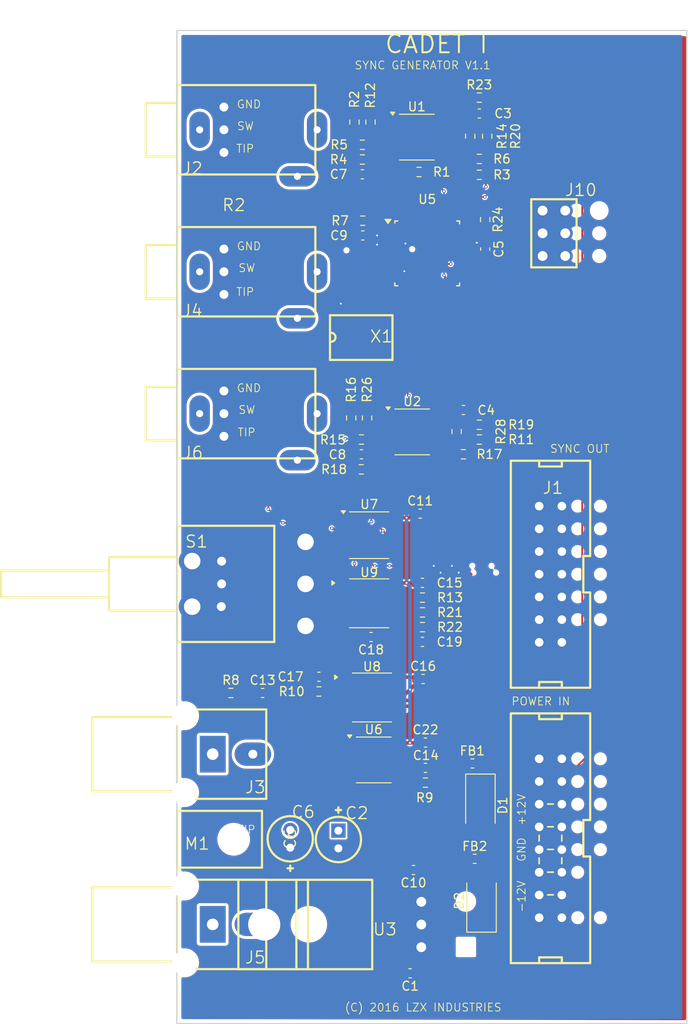
<source format=kicad_pcb>
(kicad_pcb (version 20240108) (generator "pcbnew") (generator_version "8.0")
  (layers (0 "F.Cu" signal) (31 "B.Cu" signal) (34 "B.Paste" user) (35 "F.Paste" user) (36 "B.SilkS" user "B.Silkscreen") (37 "F.SilkS" user "F.Silkscreen") (38 "B.Mask" user) (39 "F.Mask" user) (44 "Edge.Cuts" user))
  (net 0 "")
  (net 1 "+12V")
  (net 2 "+5V")
  (net 3 "-12V")
  (net 4 "0V")
  (net 5 "ATMEGA88_BLANKING_INV")
  (net 6 "ATMEGA88_BURSTGATE_INV")
  (net 7 "ATMEGA88_CSYNC_INV")
  (net 8 "ATMEGA88_HSYNC_INV")
  (net 9 "ATMEGA88_MISO")
  (net 10 "ATMEGA88_MOSI")
  (net 11 "ATMEGA88_ODDEVEN")
  (net 12 "ATMEGA88_ODDEVEN_INV")
  (net 13 "ATMEGA88_RESET")
  (net 14 "ATMEGA88_SCK")
  (net 15 "ATMEGA88_VSYNC_INV")
  (net 16 "CLOCK_OUT")
  (net 17 "HSYNC_BUS_OUT")
  (net 18 "LM1881_CSYNC")
  (net 19 "LM1881_ODDEVEN")
  (net 20 "LM1881_VSYNC")
  (net 21 "GND")
  (net 22 "Net-(J3-Tip)")
  (net 23 "Net-(U6-COMP_VID_IN)")
  (net 24 "Net-(R9-B)")
  (net 25 "Net-(R10-A)")
  (net 26 "Net-(U9-C1B)")
  (net 27 "VSYNC_BUS_OUT")
  (net 28 "Net-(U9-C1A)")
  (net 29 "Net-(R22-B)")
  (net 30 "Net-(D1-A)")
  (net 31 "Net-(D1-K)")
  (net 32 "Net-(D2-A)")
  (net 33 "Net-(D2-K)")
  (net 34 "Net-(U7B-Y)")
  (net 35 "Net-(U7F-Y)")
  (net 36 "Net-(U7E-Y)")
  (net 37 "Net-(U7D-Y)")
  (net 38 "Net-(U7A-Y)")
  (net 39 "Net-(U7C-Y)")
  (net 40 "Net-(R2-B)")
  (net 41 "Net-(J2-Switch-Pad2A)")
  (net 42 "Net-(J4-Switch-Pad2A)")
  (net 43 "Net-(R5-B)")
  (net 44 "Net-(J5-Tip)")
  (net 45 "Net-(J6-Switch-Pad2A)")
  (net 46 "Net-(R16-B)")
  (net 47 "Net-(J9-+5V-Pad11)")
  (net 48 "Net-(R1-B)")
  (net 49 "Net-(R12-B)")
  (net 50 "Net-(R3-B)")
  (net 51 "Net-(R14-B)")
  (net 52 "Net-(R11-B)")
  (net 53 "Net-(R12-A)")
  (net 54 "Net-(R13-B)")
  (net 55 "Net-(R14-A)")
  (net 56 "Net-(R15-B)")
  (net 57 "Net-(R16-A)")
  (net 58 "Net-(R17-B)")
  (net 59 "Net-(R19-A)")
  (net 60 "Net-(R21-A)")
  (net 61 "Net-(R24-B)")
  (net 62 "Net-(R26-A)")
  (net 63 "Net-(S1-C2-Pad3)")
  (net 73 "Net-(U8A-A)")
  (net 87 "Net-(R13-A)")
  (footprint "Capacitor_SMD:C_0603_1608Metric" (layer "F.Cu") (at 153.8154 58.7344)
    (property "Reference" "C3")
    (property "Value" "100n")
  )
  (footprint "Capacitor_SMD:C_0603_1608Metric" (layer "F.Cu") (at 140.7583 72.3778 180)
    (property "Reference" "C9")
    (property "Value" "100n")
  )
  (footprint "Capacitor_SMD:C_0603_1608Metric" (layer "F.Cu") (at 147.193 103.505)
    (property "Reference" "C11")
    (property "Value" "100n")
  )
  (footprint "Package_SO:SOIC-8_3.9x4.9mm_P1.27mm" (layer "F.Cu") (at 146.8115 61.376)
    (property "Reference" "U1")
    (property "Value" "LM6172")
  )
  (footprint "Resistor_SMD:R_0603_1608Metric" (layer "F.Cu") (at 153.8154 56.9564)
    (property "Reference" "R23")
    (property "Value" "499R")
  )
  (footprint "Capacitor_SMD:C_0603_1608Metric" (layer "F.Cu") (at 135.8424 121.7549 180)
    (property "Reference" "C17")
    (property "Value" "1n")
  )
  (footprint "Resistor_SMD:R_0603_1608Metric" (layer "F.Cu") (at 140.589 98.552)
    (property "Reference" "R18")
    (property "Value" "1K")
  )
  (footprint "Package_SO:SOIC-8_3.9x4.9mm_P1.27mm" (layer "F.Cu") (at 141.986 131.064)
    (property "Reference" "U6")
    (property "Value" "LM1881")
  )
  (footprint "C1:10TF230-DIY" (layer "F.Cu") (at 119.9453 111.3663 -90)
    (property "Reference" "S1" (hide yes))
    (property "Value" "SPDT_SWITCH" (hide yes))
  )
  (footprint "C1:IDC16M" (layer "F.Cu") (at 161.7965 139.827 -90)
    (property "Reference" "J9" (hide yes))
    (property "Value" "2X8_PIN_HEADER" (hide yes))
  )
  (footprint "Package_SO:TSSOP-14_4.4x5mm_P0.65mm" (layer "F.Cu") (at 141.478 105.918)
    (property "Reference" "U7")
    (property "Value" "74HC14")
  )
  (footprint "C1:CAPPR-2_5.08" (layer "F.Cu") (at 132.6326 139.8905 90)
    (property "Reference" "C6")
    (property "Value" "10u 25V")
  )
  (footprint "Package_SO:TSSOP-16_4.4x5mm_P0.65mm" (layer "F.Cu") (at 141.7925 124.079)
    (property "Reference" "U8")
    (property "Value" "74HC4538")
  )
  (footprint "Capacitor_SMD:C_0603_1608Metric" (layer "F.Cu") (at 140.716 65.532)
    (property "Reference" "C7")
    (property "Value" "100n")
  )
  (footprint "Resistor_SMD:R_0603_1608Metric" (layer "F.Cu") (at 147.447 114.554)
    (property "Reference" "R21")
    (property "Value" "10K")
  )
  (footprint "Capacitor_SMD:C_0603_1608Metric" (layer "F.Cu") (at 147.5264 122.0089)
    (property "Reference" "C16")
    (property "Value" "100n")
  )
  (footprint "Capacitor_SMD:C_0603_1608Metric" (layer "F.Cu") (at 147.7834 131.953 180)
    (property "Reference" "C14")
    (property "Value" "100n")
  )
  (footprint "Capacitor_SMD:C_0603_1608Metric" (layer "F.Cu") (at 147.7834 129.1209)
    (property "Reference" "C22")
    (property "Value" "100n")
  )
  (footprint "Resistor_SMD:R_0603_1608Metric" (layer "F.Cu") (at 135.8424 123.4059)
    (property "Reference" "R10")
    (property "Value" "49.9K")
  )
  (footprint "Capacitor_SMD:C_0603_1608Metric" (layer "F.Cu") (at 141.6874 117.3099 180)
    (property "Reference" "C18")
    (property "Value" "47p")
  )
  (footprint "Resistor_SMD:R_0603_1608Metric" (layer "F.Cu") (at 140.6079 95.2119)
    (property "Reference" "R15")
    (property "Value" "3.92K")
  )
  (footprint "Capacitor_SMD:C_0603_1608Metric" (layer "F.Cu") (at 146.444 143.383 180)
    (property "Reference" "C10")
    (property "Value" "100n")
  )
  (footprint "Resistor_SMD:R_0603_1608Metric" (layer "F.Cu") (at 141.6234 59.69 90)
    (property "Reference" "R12")
    (property "Value" "1K")
  )
  (footprint "C1:KEYSTONE621" (layer "F.Cu") (at 119.9453 139.9413 -90)
    (property "Reference" "M1" (hide yes))
    (property "Value" "KEYSTONE621" (hide yes))
  )
  (footprint "Diode_SMD:D_SMA" (layer "F.Cu") (at 154.0684 146.8247 90)
    (property "Reference" "D2")
    (property "Value" "1N4001")
  )
  (footprint "Inductor_SMD:L_0603_1608Metric" (layer "F.Cu") (at 153.0524 131.4577 180)
    (property "Reference" "FB1")
    (property "Value" "68R")
  )
  (footprint "C1:RCJ-04X" (layer "F.Cu") (at 119.9453 149.4663 -90)
    (property "Reference" "J5" (hide yes))
    (property "Value" "RCJ-04X_23" (hide yes))
  )
  (footprint "Resistor_SMD:R_0603_1608Metric" (layer "F.Cu") (at 140.7583 70.7268 180)
    (property "Reference" "R7")
    (property "Value" "10K")
  )
  (footprint "Capacitor_SMD:C_0603_1608Metric" (layer "F.Cu") (at 147.447 111.252)
    (property "Reference" "C15")
    (property "Value" "100n")
  )
  (footprint "C1:IDC14M" (layer "F.Cu") (at 161.7965 110.2868 -90)
    (property "Reference" "J1" (hide yes))
    (property "Value" "2X7_PIN_HEADER" (hide yes))
  )
  (footprint "Capacitor_SMD:C_0603_1608Metric" (layer "F.Cu") (at 140.6079 96.8629)
    (property "Reference" "C8")
    (property "Value" "100n")
  )
  (footprint "Resistor_SMD:R_0603_1608Metric" (layer "F.Cu") (at 153.8159 95.2119 180)
    (property "Reference" "R11")
    (property "Value" "1K")
  )
  (footprint "Resistor_SMD:R_0603_1608Metric" (layer "F.Cu") (at 153.8159 93.5609)
    (property "Reference" "R19")
    (property "Value" "75R")
  )
  (footprint "Resistor_SMD:R_0603_1608Metric" (layer "F.Cu") (at 125.984 123.571)
    (property "Reference" "R8")
    (property "Value" "75R")
  )
  (footprint "Resistor_SMD:R_0603_1608Metric" (layer "F.Cu") (at 154.7044 61.2744 -90)
    (property "Reference" "R20")
    (property "Value" "499R")
  )
  (footprint "Resistor_SMD:R_0603_1608Metric" (layer "F.Cu") (at 153.8154 65.5924 180)
    (property "Reference" "R3")
    (property "Value" "3.92K")
  )
  (footprint "Resistor_SMD:R_0603_1608Metric" (layer "F.Cu") (at 140.716 63.881)
    (property "Reference" "R4")
    (property "Value" "1K")
  )
  (footprint "Resistor_SMD:R_0603_1608Metric" (layer "F.Cu") (at 140.716 62.23 180)
    (property "Reference" "R5")
    (property "Value" "499R")
  )
  (footprint "Resistor_SMD:R_0603_1608Metric" (layer "F.Cu") (at 141.2429 92.7989 90)
    (property "Reference" "R26")
    (property "Value" "1K")
  )
  (footprint "Resistor_SMD:R_0603_1608Metric" (layer "F.Cu") (at 147.447 112.903)
    (property "Reference" "R13")
    (property "Value" "0R")
  )
  (footprint "Diode_SMD:D_SMA" (layer "F.Cu") (at 153.9414 136.1567 -90)
    (property "Reference" "D1")
    (property "Value" "1N4001")
  )
  (footprint "Resistor_SMD:R_0603_1608Metric" (layer "F.Cu") (at 139.4649 92.7989 -90)
    (property "Reference" "R16")
    (property "Value" "499R")
  )
  (footprint "Resistor_SMD:R_0603_1608Metric" (layer "F.Cu") (at 147.066 65.278 180)
    (property "Reference" "R1")
    (property "Value" "3.92K")
  )
  (footprint "Package_SO:SOIC-8_3.9x4.9mm_P1.27mm" (layer "F.Cu") (at 146.304 94.361)
    (property "Reference" "U2")
    (property "Value" "LM6172")
  )
  (footprint "Inductor_SMD:L_0603_1608Metric" (layer "F.Cu") (at 153.3064 142.1257 180)
    (property "Reference" "FB2")
    (property "Value" "68R")
  )
  (footprint "Resistor_SMD:R_0603_1608Metric" (layer "F.Cu") (at 147.7834 133.604 180)
    (property "Reference" "R9")
    (property "Value" "680K")
  )
  (footprint "Resistor_SMD:R_0603_1608Metric" (layer "F.Cu") (at 152.0379 96.8629 180)
    (property "Reference" "R17")
    (property "Value" "499R")
  )
  (footprint "C1:PJ302M" (layer "F.Cu") (at 119.9453 76.4413)
    (property "Reference" "J4" (hide yes))
    (property "Value" "3.5MM_JACK" (hide yes))
  )
  (footprint "Resistor_SMD:R_0603_1608Metric" (layer "F.Cu") (at 153.8154 63.8144 180)
    (property "Reference" "R6")
    (property "Value" "1K")
  )
  (footprint "C1:RCJ-04X" (layer "F.Cu") (at 119.9453 130.4163 -90)
    (property "Reference" "J3" (hide yes))
    (property "Value" "RCJ-04X" (hide yes))
  )
  (footprint "Capacitor_SMD:C_0603_1608Metric" (layer "F.Cu") (at 146.063 154.94 180)
    (property "Reference" "C1")
    (property "Value" "330n")
  )
  (footprint "Capacitor_SMD:C_0603_1608Metric" (layer "F.Cu") (at 147.447 117.856)
    (property "Reference" "C19")
    (property "Value" "1n")
  )
  (footprint "C1:CAPPR-2_5.08" (layer "F.Cu") (at 138.0301 139.9667 -90)
    (property "Reference" "C2" (hide yes))
    (property "Value" "10u 25V" (hide yes))
  )
  (footprint "Resistor_SMD:R_0603_1608Metric" (layer "F.Cu") (at 152.7994 61.2744 90)
    (property "Reference" "R14")
    (property "Value" "1K")
  )
  (footprint "Capacitor_SMD:C_0603_1608Metric" (layer "F.Cu") (at 154.4743 73.9018 90)
    (property "Reference" "C5")
    (property "Value" "100n")
  )
  (footprint "C1:HDR-2x3T_2.54x2.54_8x5" (layer "F.Cu") (at 162.179 72.136 -90)
    (property "Reference" "J10" (hide yes))
    (property "Value" "2X3 PIN HEADER" (hide yes))
  )
  (footprint "Package_QFP:TQFP-32_7x7mm_P0.8mm" (layer "F.Cu") (at 147.9784 74.3844)
    (property "Reference" "U5")
    (property "Value" "ATMEGA88")
  )
  (footprint "Resistor_SMD:R_0603_1608Metric" (layer "F.Cu") (at 147.447 116.205)
    (property "Reference" "R22")
    (property "Value" "10K")
  )
  (footprint "C1:CSX-750V" (layer "F.Cu") (at 140.589 83.806)
    (property "Reference" "X1" (hide yes))
    (property "Value" "CSX750VCB13.500M-UT" (hide yes))
  )
  (footprint "Capacitor_SMD:C_0603_1608Metric" (layer "F.Cu") (at 129.54 123.571)
    (property "Reference" "C13")
    (property "Value" "100n")
  )
  (footprint "C1:PJ302M" (layer "F.Cu") (at 119.9453 60.5536)
    (property "Reference" "J2" (hide yes))
    (property "Value" "3.5MM_JACK" (hide yes))
  )
  (footprint "Capacitor_SMD:C_0603_1608Metric" (layer "F.Cu") (at 152.0379 91.9099)
    (property "Reference" "C4")
    (property "Value" "100n")
  )
  (footprint "Resistor_SMD:R_0603_1608Metric" (layer "F.Cu") (at 154.4743 70.5998 -90)
    (property "Reference" "R24")
    (property "Value" "10K")
  )
  (footprint "Package_SO:TSSOP-16_4.4x5mm_P0.65mm" (layer "F.Cu") (at 141.478 113.538)
    (property "Reference" "U9")
    (property "Value" "74HC4046")
  )
  (footprint "Resistor_SMD:R_0603_1608Metric" (layer "F.Cu") (at 139.827 59.69 -90)
    (property "Reference" "R2")
    (property "Value" "499R")
  )
  (footprint "C1:TO-220H" (layer "F.Cu") (at 147.32 149.479 90)
    (property "Reference" "U3" (hide yes))
    (property "Value" "7805" (hide yes))
  )
  (footprint "C1:PJ302M" (layer "F.Cu") (at 119.9453 92.3163)
    (property "Reference" "J6" (hide yes))
    (property "Value" "3.5MM_JACK" (hide yes))
  )
  (footprint "Resistor_SMD:R_0603_1608Metric" (layer "F.Cu") (at 151.2759 94.3229 90)
    (property "Reference" "R28")
    (property "Value" "1K")
  )
  (gr_line (start 161.475 141.0813) (end 162.11 141.0813) (stroke (width 0.178)) (layer "F.SilkS"))
  (gr_line (start 163.062 142.6683) (end 163.062 142.0333) (stroke (width 0.178)) (layer "F.SilkS"))
  (gr_line (start 161.475 146.1613) (end 162.11 146.1613) (stroke (width 0.178)) (layer "F.SilkS"))
  (gr_line (start 162.11 143.6213) (end 161.951 143.6213) (stroke (width 0.178)) (layer "F.SilkS"))
  (gr_line (start 160.522 140.1293) (end 160.522 139.4943) (stroke (width 0.178)) (layer "F.SilkS"))
  (gr_line (start 163.062 140.1293) (end 163.062 139.4943) (stroke (width 0.178)) (layer "F.SilkS"))
  (gr_line (start 161.475 143.6213) (end 162.11 143.6213) (stroke (width 0.178)) (layer "F.SilkS"))
  (gr_line (start 160.522 142.6683) (end 160.522 142.0333) (stroke (width 0.178)) (layer "F.SilkS"))
  (gr_line (start 161.475 138.5413) (end 162.11 138.5413) (stroke (width 0.178)) (layer "F.SilkS"))
  (gr_line (start 161.475 136.0013) (end 162.11 136.0013) (stroke (width 0.178)) (layer "F.SilkS"))
  (gr_line (start 119.9326 49.4416) (end 119.9326 160.5656) (stroke (width 0.14)) (layer "Edge.Cuts"))
  (gr_line (start 177.0696 160.5656) (end 177.0696 49.4416) (stroke (width 0.14)) (layer "Edge.Cuts"))
  (gr_line (start 177.0696 49.4416) (end 119.9326 49.4416) (stroke (width 0.14)) (layer "Edge.Cuts"))
  (gr_line (start 119.9326 160.5656) (end 177.0696 160.5656) (stroke (width 0.14)) (layer "Edge.Cuts"))
  (gr_text "" (at 154.7976 124.4506 0) (layer "F.SilkS") (effects (font (size 0.001 0.001)) (justify left)))
  (gr_text "" (at 123.4296 67.2206 0) (layer "F.SilkS") (effects (font (size 0.001 0.001)) (justify left)))
  (gr_text "" (at 157.0825 149.6793 0) (layer "F.SilkS") (effects (font (size 0.001 0.001)) (justify left)))
  (gr_text "" (at 158.1581 101.5156 0) (layer "F.SilkS") (effects (font (size 0.001 0.001)) (justify left)))
  (gr_text "" (at 148.2506 99.0136 0) (layer "F.SilkS") (effects (font (size 0.001 0.001)) (justify left)))
  (gr_text "" (at 147.701 71.882 0) (layer "F.SilkS") (effects (font (size 0.001 0.001)) (justify left)))
  (gr_text "" (at 154.432 60.737 0) (layer "F.SilkS") (effects (font (size 0.001 0.001)) (justify left)))
  (gr_text "" (at 137.7306 136.6686 0) (layer "F.SilkS") (effects (font (size 0.001 0.001)) (justify left)))
  (gr_text "" (at 144.53 54.264 0) (layer "F.SilkS") (effects (font (size 0.001 0.001)) (justify left)))
  (gr_text "" (at 154.8616 137.0706 0) (layer "F.SilkS") (effects (font (size 0.001 0.001)) (justify left)))
  (gr_text "" (at 157.352 97.5873 0) (layer "F.SilkS") (effects (font (size 0.001 0.001)) (justify left)))
  (gr_text "" (at 148.2506 99.0136 0) (layer "F.SilkS") (effects (font (size 0.001 0.001)) (justify left)))
  (gr_text "" (at 157.0825 149.6793 0) (layer "F.SilkS") (effects (font (size 0.001 0.001)) (justify left)))
  (gr_text "" (at 140.3589 74.3844 90) (layer "F.SilkS") (effects (font (size 0.001 0.001)) (justify left)))
  (gr_text "" (at 155.6181 121.8306 0) (layer "F.SilkS") (effects (font (size 0.001 0.001)) (justify left)))
  (gr_text "" (at 176.7656 97.7016 0) (layer "F.SilkS") (effects (font (size 0.001 0.001)) (justify left)))
  (gr_text "" (at 165.3696 57.1586 0) (layer "F.SilkS") (effects (font (size 0.001 0.001)) (justify left)))
  (gr_text "" (at 168.5706 57.1586 0) (layer "F.SilkS") (effects (font (size 0.001 0.001)) (justify left)))
  (gr_text "" (at 154.431 66.452 90) (layer "F.SilkS") (effects (font (size 0.001 0.001)) (justify left)))
  (gr_text "" (at 163.068 153.1543 0) (layer "F.SilkS") (effects (font (size 0.001 0.001)) (justify left)))
  (gr_text "" (at 176.0006 108.3616 0) (layer "F.SilkS") (effects (font (size 0.001 0.001)) (justify left)))
  (gr_text "" (at 154.7976 119.3306 0) (layer "F.SilkS") (effects (font (size 0.001 0.001)) (justify left)))
  (gr_text "(C) 2016 LZX INDUSTRIES " (at 138.6846 158.2386 0) (layer "F.SilkS") (effects (font (size 0.8883 0.8883) (thickness 0.0987)) (justify left top)))
  (gr_text "" (at 135.4446 87.3126 0) (layer "F.SilkS") (effects (font (size 0.001 0.001)) (justify left)))
  (gr_text "GND" (at 126.5906 73.0596 0) (layer "F.SilkS") (effects (font (size 0.8883 0.8883) (thickness 0.0987)) (justify left top)))
  (gr_text "" (at 129.9456 144.4666 0) (layer "F.SilkS") (effects (font (size 0.001 0.001)) (justify left)))
  (gr_text "" (at 171.3676 65.0026 0) (layer "F.SilkS") (effects (font (size 0.001 0.001)) (justify left)))
  (gr_text "" (at 157.0825 153.1343 0) (layer "F.SilkS") (effects (font (size 0.001 0.001)) (justify left)))
  (gr_text "" (at 148.4396 94.5266 0) (layer "F.SilkS") (effects (font (size 0.001 0.001)) (justify left)))
  (gr_text "" (at 148.4396 94.5266 0) (layer "F.SilkS") (effects (font (size 0.001 0.001)) (justify left)))
  (gr_text "" (at 138.0306 124.3716 90) (layer "F.SilkS") (effects (font (size 0.001 0.001)) (justify left)))
  (gr_text "J3" (at 127.4826 134.9016 0) (layer "F.SilkS") (effects (font (size 1.332 1.332) (thickness 0.148)) (justify left bottom)))
  (gr_text "" (at 147.701 69.343 0) (layer "F.SilkS") (effects (font (size 0.001 0.001)) (justify left)))
  (gr_text "" (at 154.494 106.4723 0) (layer "F.SilkS") (effects (font (size 0.001 0.001)) (justify left)))
  (gr_text "SYNC GENERATOR V1.1" (at 139.7966 52.8176 0) (layer "F.SilkS") (effects (font (size 0.8883 0.8883) (thickness 0.0987)) (justify left top)))
  (gr_text "J5" (at 127.4826 153.9516 0) (layer "F.SilkS") (effects (font (size 1.332 1.332) (thickness 0.148)) (justify left bottom)))
  (gr_text "" (at 143.3686 94.5266 0) (layer "F.SilkS") (effects (font (size 0.001 0.001)) (justify left)))
  (gr_text "S1" (at 120.7586 107.4066 0) (layer "F.SilkS") (effects (font (size 1.332 1.332) (thickness 0.148)) (justify left bottom)))
  (gr_text "" (at 140.086 72.204 90) (layer "F.SilkS") (effects (font (size 0.001 0.001)) (justify left)))
  (gr_text "" (at 157.352 97.5873 0) (layer "F.SilkS") (effects (font (size 0.001 0.001)) (justify left)))
  (gr_text "" (at 138.0306 71.3486 90) (layer "F.SilkS") (effects (font (size 0.001 0.001)) (justify left)))
  (gr_text "" (at 134.173 126.6145 0) (layer "F.SilkS") (effects (font (size 0.001 0.001)) (justify left)))
  (gr_text "" (at 112.3246 109.8666 0) (layer "F.SilkS") (effects (font (size 0.001 0.001)) (justify left)))
  (gr_text "" (at 149.601 54.264 0) (layer "F.SilkS") (effects (font (size 0.001 0.001)) (justify left)))
  (gr_text "" (at 119.9456 108.3656 0) (layer "F.SilkS") (effects (font (size 0.001 0.001)) (justify left)))
  (gr_text "" (at 160.525 97.5873 0) (layer "F.SilkS") (effects (font (size 0.001 0.001)) (justify left)))
  (gr_text "" (at 157.352 153.7973 0) (layer "F.SilkS") (effects (font (size 0.001 0.001)) (justify left)))
  (gr_text "" (at 142.63 74.422 0) (layer "F.SilkS") (effects (font (size 0.001 0.001)) (justify left)))
  (gr_text "" (at 144.211 56.376 0) (layer "F.SilkS") (effects (font (size 0.001 0.001)) (justify left)))
  (gr_text "" (at 146.558 116.0825 0) (layer "F.SilkS") (effects (font (size 0.001 0.001)) (justify left)))
  (gr_text "" (at 134.173 121.5435 0) (layer "F.SilkS") (effects (font (size 0.001 0.001)) (justify left)))
  (gr_text "SW" (at 126.7746 75.4976 0) (layer "F.SilkS") (effects (font (size 0.8883 0.8883) (thickness 0.0987)) (justify left top)))
  (gr_text "J4" (at 120.4206 81.5976 0) (layer "F.SilkS") (effects (font (size 1.332 1.332) (thickness 0.148)) (justify left bottom)))
  (gr_text "" (at 142.63 71.882 0) (layer "F.SilkS") (effects (font (size 0.001 0.001)) (justify left)))
  (gr_text "" (at 157.0825 146.1863 0) (layer "F.SilkS") (effects (font (size 0.001 0.001)) (justify left)))
  (gr_text "" (at 128.5006 67.2206 0) (layer "F.SilkS") (effects (font (size 0.001 0.001)) (justify left)))
  (gr_text "" (at 157.1985 155.9833 0) (layer "F.SilkS") (effects (font (size 0.001 0.001)) (justify left)))
  (gr_text "+12V" (at 158.032 138.4783 90) (layer "F.SilkS") (effects (font (size 0.8883 0.8883) (thickness 0.0987)) (justify left top)))
  (gr_text "" (at 160.3816 82.5926 0) (layer "F.SilkS") (effects (font (size 0.001 0.001)) (justify left)))
  (gr_text "" (at 145.0496 119.2516 0) (layer "F.SilkS") (effects (font (size 0.001 0.001)) (justify left)))
  (gr_text "" (at 176.0006 137.9016 0) (layer "F.SilkS") (effects (font (size 0.001 0.001)) (justify left)))
  (gr_text "" (at 145.4495 91.1385 0) (layer "F.SilkS") (effects (font (size 0.001 0.001)) (justify left)))
  (gr_text "" (at 156.7976 124.4506 0) (layer "F.SilkS") (effects (font (size 0.001 0.001)) (justify left)))
  (gr_text "" (at 147.1076 118.7436 0) (layer "F.SilkS") (effects (font (size 0.001 0.001)) (justify left)))
  (gr_text "U3" (at 141.8136 150.8036 0) (layer "F.SilkS") (effects (font (size 1.332 1.332) (thickness 0.148)) (justify left bottom)))
  (gr_text "J1" (at 160.827 101.3963 0) (layer "F.SilkS") (effects (font (size 1.332 1.332) (thickness 0.148)) (justify left bottom)))
  (gr_text "" (at 144.211 56.376 0) (layer "F.SilkS") (effects (font (size 0.001 0.001)) (justify left)))
  (gr_text "" (at 154.7976 124.4506 0) (layer "F.SilkS") (effects (font (size 0.001 0.001)) (justify left)))
  (gr_text "" (at 154.432 65.825 0) (layer "F.SilkS") (effects (font (size 0.001 0.001)) (justify left)))
  (gr_text "" (at 157.0825 149.6413 0) (layer "F.SilkS") (effects (font (size 0.001 0.001)) (justify left)))
  (gr_text "" (at 154.7976 98.9306 0) (layer "F.SilkS") (effects (font (size 0.001 0.001)) (justify left)))
  (gr_text "" (at 154.4971 149.7936 0) (layer "F.SilkS") (effects (font (size 0.001 0.001)) (justify left)))
  (gr_text "TIP" (at 126.5236 78.1756 0) (layer "F.SilkS") (effects (font (size 0.8883 0.8883) (thickness 0.0987)) (justify left top)))
  (gr_text "" (at 160.525 153.1543 0) (layer "F.SilkS") (effects (font (size 0.001 0.001)) (justify left)))
  (gr_text "" (at 154.8616 134.5316 0) (layer "F.SilkS") (effects (font (size 0.001 0.001)) (justify left)))
  (gr_text "" (at 116.4456 89.3186 0) (layer "F.SilkS") (effects (font (size 0.001 0.001)) (justify left)))
  (gr_text "" (at 163.3696 57.1586 0) (layer "F.SilkS") (effects (font (size 0.001 0.001)) (justify left)))
  (gr_text "" (at 128.5006 86.9066 0) (layer "F.SilkS") (effects (font (size 0.001 0.001)) (justify left)))
  (gr_text "" (at 171.3676 65.0026 0) (layer "F.SilkS") (effects (font (size 0.001 0.001)) (justify left)))
  (gr_text "" (at 157.352 125.8573 0) (layer "F.SilkS") (effects (font (size 0.001 0.001)) (justify left)))
  (gr_text "" (at 163.068 97.5873 0) (layer "F.SilkS") (effects (font (size 0.001 0.001)) (justify left)))
  (gr_text "" (at 143.5145 98.8065 0) (layer "F.SilkS") (effects (font (size 0.001 0.001)) (justify left)))
  (gr_text "" (at 154.432 65.825 0) (layer "F.SilkS") (effects (font (size 0.001 0.001)) (justify left)))
  (gr_text "J10" (at 163.322 68.072 0) (layer "F.SilkS") (effects (font (size 1.332 1.332) (thickness 0.148)) (justify left bottom)))
  (gr_text "" (at 149.412 56.376 0) (layer "F.SilkS") (effects (font (size 0.001 0.001)) (justify left)))
  (gr_text "" (at 138.0306 58.0176 0) (layer "F.SilkS") (effects (font (size 0.001 0.001)) (justify left)))
  (gr_text "" (at 155.6141 137.0706 0) (layer "F.SilkS") (effects (font (size 0.001 0.001)) (justify left)))
  (gr_text "" (at 155.6781 124.4506 0) (layer "F.SilkS") (effects (font (size 0.001 0.001)) (justify left)))
  (gr_text "" (at 149.412 56.376 0) (layer "F.SilkS") (effects (font (size 0.001 0.001)) (justify left)))
  (gr_text "POWER IN" (at 157.371 123.9833 0) (layer "F.SilkS") (effects (font (size 0.8883 0.8883) (thickness 0.0987)) (justify left top)))
  (gr_text "" (at 128.5006 84.3666 0) (layer "F.SilkS") (effects (font (size 0.001 0.001)) (justify left)))
  (gr_text "" (at 144.211 66.376 0) (layer "F.SilkS") (effects (font (size 0.001 0.001)) (justify left)))
  (gr_text "" (at 138.3166 154.4536 90) (layer "F.SilkS") (effects (font (size 0.001 0.001)) (justify left)))
  (gr_text "" (at 141.986 56.808 0) (layer "F.SilkS") (effects (font (size 0.001 0.001)) (justify left)))
  (gr_text "" (at 143.0496 99.0136 0) (layer "F.SilkS") (effects (font (size 0.001 0.001)) (justify left)))
  (gr_text "" (at 149.347 66.774 0) (layer "F.SilkS") (effects (font (size 0.001 0.001)) (justify left)))
  (gr_text "" (at 156.7976 98.9306 0) (layer "F.SilkS") (effects (font (size 0.001 0.001)) (justify left)))
  (gr_text "" (at 154.7976 98.9306 0) (layer "F.SilkS") (effects (font (size 0.001 0.001)) (justify left)))
  (gr_text "J2" (at 120.4366 65.6496 0) (layer "F.SilkS") (effects (font (size 1.332 1.332) (thickness 0.148)) (justify left bottom)))
  (gr_text "" (at 146.211 56.376 0) (layer "F.SilkS") (effects (font (size 0.001 0.001)) (justify left)))
  (gr_text "" (at 157.352 125.8573 0) (layer "F.SilkS") (effects (font (size 0.001 0.001)) (justify left)))
  (gr_text "" (at 146.558 116.0825 0) (layer "F.SilkS") (effects (font (size 0.001 0.001)) (justify left)))
  (gr_text "" (at 154.494 101.4013 0) (layer "F.SilkS") (effects (font (size 0.001 0.001)) (justify left)))
  (gr_text "R2" (at 124.9186 69.7606 0) (layer "F.SilkS") (effects (font (size 1.332 1.332) (thickness 0.148)) (justify left bottom)))
  (gr_text "" (at 130.0926 142.4276 90) (layer "F.SilkS") (effects (font (size 0.001 0.001)) (justify left)))
  (gr_text "" (at 155.6781 124.4506 0) (layer "F.SilkS") (effects (font (size 0.001 0.001)) (justify left)))
  (gr_text "" (at 143.0496 119.2516 0) (layer "F.SilkS") (effects (font (size 0.001 0.001)) (justify left)))
  (gr_text "" (at 148.6505 91.1385 0) (layer "F.SilkS") (effects (font (size 0.001 0.001)) (justify left)))
  (gr_text "" (at 138.0306 95.7916 90) (layer "F.SilkS") (effects (font (size 0.001 0.001)) (justify left)))
  (gr_text "" (at 154.494 134.4163 0) (layer "F.SilkS") (effects (font (size 0.001 0.001)) (justify left)))
  (gr_text "" (at 157.2515 153.1833 0) (layer "F.SilkS") (effects (font (size 0.001 0.001)) (justify left)))
  (gr_text "" (at 154.494 121.7163 0) (layer "F.SilkS") (effects (font (size 0.001 0.001)) (justify left)))
  (gr_text "" (at 153.5876 155.8036 0) (layer "F.SilkS") (effects (font (size 0.001 0.001)) (justify left)))
  (gr_text "" (at 128.5006 81.8256 0) (layer "F.SilkS") (effects (font (size 0.001 0.001)) (justify left)))
  (gr_text "" (at 153.5876 145.6436 0) (layer "F.SilkS") (effects (font (size 0.001 0.001)) (justify left)))
  (gr_text "" (at 154.494 124.2573 0) (layer "F.SilkS") (effects (font (size 0.001 0.001)) (justify left)))
  (gr_text "" (at 176.0006 112.4406 0) (layer "F.SilkS") (effects (font (size 0.001 0.001)) (justify left)))
  (gr_text "X1" (at 141.478 84.455 0) (layer "F.SilkS") (effects (font (size 1.332 1.332) (thickness 0.148)) (justify left bottom)))
  (gr_text "" (at 163.068 125.8573 0) (layer "F.SilkS") (effects (font (size 0.001 0.001)) (justify left)))
  (gr_text "TIP" (at 126.6826 138.3416 0) (layer "F.SilkS") (effects (font (size 0.8883 0.8883) (thickness 0.0987)) (justify left top)))
  (gr_text "C6" (at 132.6976 137.6686 0) (layer "F.SilkS") (effects (font (size 1.332 1.332) (thickness 0.148)) (justify left bottom)))
  (gr_text "" (at 157.034 101.4013 0) (layer "F.SilkS") (effects (font (size 0.001 0.001)) (justify left)))
  (gr_text "" (at 154.8616 139.6106 0) (layer "F.SilkS") (effects (font (size 0.001 0.001)) (justify left)))
  (gr_text "" (at 135.4446 55.5496 0) (layer "F.SilkS") (effects (font (size 0.001 0.001)) (justify left)))
  (gr_text "" (at 138.0306 63.0896 0) (layer "F.SilkS") (effects (font (size 0.001 0.001)) (justify left)))
  (gr_text "" (at 155.5566 56.8746 0) (layer "F.SilkS") (effects (font (size 0.001 0.001)) (justify left)))
  (gr_text "" (at 134.173 121.5435 0) (layer "F.SilkS") (effects (font (size 0.001 0.001)) (justify left)))
  (gr_text "" (at 143.0496 99.0136 0) (layer "F.SilkS") (effects (font (size 0.001 0.001)) (justify left)))
  (gr_text "" (at 154.494 111.5613 0) (layer "F.SilkS") (effects (font (size 0.001 0.001)) (justify left)))
  (gr_text "" (at 157.1985 153.1833 0) (layer "F.SilkS") (effects (font (size 0.001 0.001)) (justify left)))
  (gr_text "" (at 154.431 66.452 90) (layer "F.SilkS") (effects (font (size 0.001 0.001)) (justify left)))
  (gr_text "" (at 143.4495 91.1385 0) (layer "F.SilkS") (effects (font (size 0.001 0.001)) (justify left)))
  (gr_text "" (at 158.6486 146.2526 0) (layer "F.SilkS") (effects (font (size 0.001 0.001)) (justify left)))
  (gr_text "" (at 142.63 71.882 0) (layer "F.SilkS") (effects (font (size 0.001 0.001)) (justify left)))
  (gr_text "" (at 154.4971 146.3006 0) (layer "F.SilkS") (effects (font (size 0.001 0.001)) (justify left)))
  (gr_text "" (at 142.63 74.422 0) (layer "F.SilkS") (effects (font (size 0.001 0.001)) (justify left)))
  (gr_text "" (at 158.7006 153.2976 0) (layer "F.SilkS") (effects (font (size 0.001 0.001)) (justify left)))
  (gr_text "" (at 149.601 56.804 0) (layer "F.SilkS") (effects (font (size 0.001 0.001)) (justify left)))
  (gr_text "" (at 153.6939 79.4644 90) (layer "F.SilkS") (effects (font (size 0.001 0.001)) (justify left)))
  (gr_text "" (at 151.3016 97.0666 0) (layer "F.SilkS") (effects (font (size 0.001 0.001)) (justify left)))
  (gr_text "" (at 176.7656 82.7786 0) (layer "F.SilkS") (effects (font (size 0.001 0.001)) (justify left)))
  (gr_text "" (at 140.5696 137.4296 0) (layer "F.SilkS") (effects (font (size 0.001 0.001)) (justify left)))
  (gr_text "" (at 140.8246 97.0616 90) (layer "F.SilkS") (effects (font (size 0.001 0.001)) (justify left)))
  (gr_text "SW" (at 126.6156 59.6226 0) (layer "F.SilkS") (effects (font (size 0.8883 0.8883) (thickness 0.0987)) (justify left top)))
  (gr_text "" (at 132.9326 143.1886 90) (layer "F.SilkS") (effects (font (size 0.001 0.001)) (justify left)))
  (gr_text "" (at 176.0006 141.9806 0) (layer "F.SilkS") (effects (font (size 0.001 0.001)) (justify left)))
  (gr_text "" (at 148.4396 97.0666 0) (layer "F.SilkS") (effects (font (size 0.001 0.001)) (justify left)))
  (gr_text "" (at 155.5566 67.0346 0) (layer "F.SilkS") (effects (font (size 0.001 0.001)) (justify left)))
  (gr_text "" (at 142.63 71.882 0) (layer "F.SilkS") (effects (font (size 0.001 0.001)) (justify left)))
  (gr_text "" (at 143.0496 119.2516 0) (layer "F.SilkS") (effects (font (size 0.001 0.001)) (justify left)))
  (gr_text "" (at 143.3686 94.5256 0) (layer "F.SilkS") (effects (font (size 0.001 0.001)) (justify left)))
  (gr_text "" (at 151.892 58.201 90) (layer "F.SilkS") (effects (font (size 0.001 0.001)) (justify left)))
  (gr_text "" (at 173.9076 65.0026 0) (layer "F.SilkS") (effects (font (size 0.001 0.001)) (justify left)))
  (gr_text "" (at 160.525 125.8573 0) (layer "F.SilkS") (effects (font (size 0.001 0.001)) (justify left)))
  (gr_text "" (at 158.1581 134.5306 90) (layer "F.SilkS") (effects (font (size 0.001 0.001)) (justify left)))
  (gr_text "" (at 138.0296 136.3676 0) (layer "F.SilkS") (effects (font (size 0.001 0.001)) (justify left)))
  (gr_text "" (at 135.4446 71.4376 0) (layer "F.SilkS") (effects (font (size 0.001 0.001)) (justify left)))
  (gr_text "" (at 141.2245 94.3605 0) (layer "F.SilkS") (effects (font (size 0.001 0.001)) (justify left)))
  (gr_text "" (at 157.1655 93.0443 0) (layer "F.SilkS") (effects (font (size 0.001 0.001)) (justify left)))
  (gr_text "" (at 168.5706 57.1586 0) (layer "F.SilkS") (effects (font (size 0.001 0.001)) (justify left)))
  (gr_text "" (at 148.4396 91.9856 0) (layer "F.SilkS") (effects (font (size 0.001 0.001)) (justify left)))
  (gr_text "" (at 155.0871 146.2526 0) (layer "F.SilkS") (effects (font (size 0.001 0.001)) (justify left)))
  (gr_text "" (at 147.701 74.422 0) (layer "F.SilkS") (effects (font (size 0.001 0.001)) (justify left)))
  (gr_text "" (at 154.494 101.4013 0) (layer "F.SilkS") (effects (font (size 0.001 0.001)) (justify left)))
  (gr_text "" (at 153.2696 119.2906 0) (layer "F.SilkS") (effects (font (size 0.001 0.001)) (justify left)))
  (gr_text "" (at 148.4396 97.0666 0) (layer "F.SilkS") (effects (font (size 0.001 0.001)) (justify left)))
  (gr_text "" (at 149.606 121.448 0) (layer "F.SilkS") (effects (font (size 0.001 0.001)) (justify left)))
  (gr_text "" (at 154.8616 137.0706 0) (layer "F.SilkS") (effects (font (size 0.001 0.001)) (justify left)))
  (gr_text "" (at 123.4296 81.8256 0) (layer "F.SilkS") (effects (font (size 0.001 0.001)) (justify left)))
  (gr_text "" (at 176.7656 141.9806 0) (layer "F.SilkS") (effects (font (size 0.001 0.001)) (justify left)))
  (gr_text "SW" (at 126.7746 91.3726 0) (layer "F.SilkS") (effects (font (size 0.8883 0.8883) (thickness 0.0987)) (justify left top)))
  (gr_text "" (at 163.3696 57.1586 0) (layer "F.SilkS") (effects (font (size 0.001 0.001)) (justify left)))
  (gr_text "" (at 129.9456 125.4166 0) (layer "F.SilkS") (effects (font (size 0.001 0.001)) (justify left)))
  (gr_text "J6" (at 120.4826 97.4726 0) (layer "F.SilkS") (effects (font (size 1.332 1.332) (thickness 0.148)) (justify left bottom)))
  (gr_text "-12V" (at 158.026 148.1853 90) (layer "F.SilkS") (effects (font (size 0.8883 0.8883) (thickness 0.0987)) (justify left top)))
  (gr_text "SYNC OUT" (at 161.6905 95.7263 0) (layer "F.SilkS") (effects (font (size 0.8883 0.8883) (thickness 0.0987)) (justify left top)))
  (gr_text "TIP" (at 126.6826 93.8916 0) (layer "F.SilkS") (effects (font (size 0.8883 0.8883) (thickness 0.0987)) (justify left top)))
  (gr_text "" (at 129.4706 136.7666 0) (layer "F.SilkS") (effects (font (size 0.001 0.001)) (justify left)))
  (gr_text "" (at 140.8246 97.0616 90) (layer "F.SilkS") (effects (font (size 0.001 0.001)) (justify left)))
  (gr_text "TIP" (at 126.5236 62.1416 0) (layer "F.SilkS") (effects (font (size 0.8883 0.8883) (thickness 0.0987)) (justify left top)))
  (gr_text "" (at 160.525 126.4993 0) (layer "F.SilkS") (effects (font (size 0.001 0.001)) (justify left)))
  (gr_text "" (at 154.7976 134.4506 0) (layer "F.SilkS") (effects (font (size 0.001 0.001)) (justify left)))
  (gr_text "" (at 154.8616 139.6106 0) (layer "F.SilkS") (effects (font (size 0.001 0.001)) (justify left)))
  (gr_text "" (at 145.0496 99.0136 0) (layer "F.SilkS") (effects (font (size 0.001 0.001)) (justify left)))
  (gr_text "" (at 128.5006 84.3656 0) (layer "F.SilkS") (effects (font (size 0.001 0.001)) (justify left)))
  (gr_text "" (at 151.3845 94.3655 0) (layer "F.SilkS") (effects (font (size 0.001 0.001)) (justify left)))
  (gr_text "" (at 171.3676 70.0746 0) (layer "F.SilkS") (effects (font (size 0.001 0.001)) (justify left)))
  (gr_text "" (at 151.892 66.452 90) (layer "F.SilkS") (effects (font (size 0.001 0.001)) (justify left)))
  (gr_text "" (at 176.7656 125.9716 0) (layer "F.SilkS") (effects (font (size 0.001 0.001)) (justify left)))
  (gr_text "" (at 138.0306 58.0176 0) (layer "F.SilkS") (effects (font (size 0.001 0.001)) (justify left)))
  (gr_text "" (at 154.686 56.808 0) (layer "F.SilkS") (effects (font (size 0.001 0.001)) (justify left)))
  (gr_text "" (at 146.558 110.9935 0) (layer "F.SilkS") (effects (font (size 0.001 0.001)) (justify left)))
  (gr_text "" (at 128.5006 67.2206 0) (layer "F.SilkS") (effects (font (size 0.001 0.001)) (justify left)))
  (gr_text "" (at 157.352 122.9873 0) (layer "F.SilkS") (effects (font (size 0.001 0.001)) (justify left)))
  (gr_text "" (at 141.2245 91.4995 90) (layer "F.SilkS") (effects (font (size 0.001 0.001)) (justify left)))
  (gr_text "" (at 136.713 121.5435 0) (layer "F.SilkS") (effects (font (size 0.001 0.001)) (justify left)))
  (gr_text "" (at 148.4396 94.5256 0) (layer "F.SilkS") (effects (font (size 0.001 0.001)) (justify left)))
  (gr_text "" (at 142.63 69.343 0) (layer "F.SilkS") (effects (font (size 0.001 0.001)) (justify left)))
  (gr_text "" (at 154.5515 90.5135 0) (layer "F.SilkS") (effects (font (size 0.001 0.001)) (justify left)))
  (gr_text "" (at 143.4495 91.1385 0) (layer "F.SilkS") (effects (font (size 0.001 0.001)) (justify left)))
  (gr_text "" (at 116.4456 73.4436 0) (layer "F.SilkS") (effects (font (size 0.001 0.001)) (justify left)))
  (gr_text "M1" (at 120.6986 141.2116 0) (layer "F.SilkS") (effects (font (size 1.332 1.332) (thickness 0.148)) (justify left bottom)))
  (gr_text "" (at 160.525 122.3443 0) (layer "F.SilkS") (effects (font (size 0.001 0.001)) (justify left)))
  (gr_text "" (at 154.8616 137.0706 0) (layer "F.SilkS") (effects (font (size 0.001 0.001)) (justify left)))
  (gr_text "GND" (at 126.5906 57.1846 0) (layer "F.SilkS") (effects (font (size 0.8883 0.8883) (thickness 0.0987)) (justify left top)))
  (gr_text "" (at 155.6141 139.6106 0) (layer "F.SilkS") (effects (font (size 0.001 0.001)) (justify left)))
  (gr_text "" (at 143.0496 139.6506 0) (layer "F.SilkS") (effects (font (size 0.001 0.001)) (justify left)))
  (gr_text "" (at 148.6505 91.1385 0) (layer "F.SilkS") (effects (font (size 0.001 0.001)) (justify left)))
  (gr_text "" (at 154.686 56.808 0) (layer "F.SilkS") (effects (font (size 0.001 0.001)) (justify left)))
  (gr_text "" (at 176.7656 112.4406 0) (layer "F.SilkS") (effects (font (size 0.001 0.001)) (justify left)))
  (gr_text "" (at 154.431 61.38 90) (layer "F.SilkS") (effects (font (size 0.001 0.001)) (justify left)))
  (gr_text "" (at 176.0006 137.9016 0) (layer "F.SilkS") (effects (font (size 0.001 0.001)) (justify left)))
  (gr_text "" (at 158.1581 101.5156 0) (layer "F.SilkS") (effects (font (size 0.001 0.001)) (justify left)))
  (gr_text "" (at 160.525 98.2293 0) (layer "F.SilkS") (effects (font (size 0.001 0.001)) (justify left)))
  (gr_text "" (at 143.4495 99.7415 0) (layer "F.SilkS") (effects (font (size 0.001 0.001)) (justify left)))
  (gr_text "" (at 151.3845 94.3655 0) (layer "F.SilkS") (effects (font (size 0.001 0.001)) (justify left)))
  (gr_text "" (at 157.1985 146.1383 0) (layer "F.SilkS") (effects (font (size 0.001 0.001)) (justify left)))
  (gr_text "" (at 143.3686 91.9856 0) (layer "F.SilkS") (effects (font (size 0.001 0.001)) (justify left)))
  (gr_text "GND" (at 126.5906 88.9346 0) (layer "F.SilkS") (effects (font (size 0.8883 0.8883) (thickness 0.0987)) (justify left top)))
  (gr_text "" (at 119.9446 145.3166 0) (layer "F.SilkS") (effects (font (size 0.001 0.001)) (justify left)))
  (gr_text "" (at 149.601 54.264 0) (layer "F.SilkS") (effects (font (size 0.001 0.001)) (justify left)))
  (gr_text "" (at 148.4396 97.0666 0) (layer "F.SilkS") (effects (font (size 0.001 0.001)) (justify left)))
  (gr_text "" (at 173.9076 65.0026 0) (layer "F.SilkS") (effects (font (size 0.001 0.001)) (justify left)))
  (gr_text "" (at 176.0006 108.3616 0) (layer "F.SilkS") (effects (font (size 0.001 0.001)) (justify left)))
  (gr_text "" (at 151.1305 99.8175 0) (layer "F.SilkS") (effects (font (size 0.001 0.001)) (justify left)))
  (gr_text "" (at 130.8456 104.8666 0) (layer "F.SilkS") (effects (font (size 0.001 0.001)) (justify left)))
  (gr_text "" (at 138.4305 90.2295 90) (layer "F.SilkS") (effects (font (size 0.001 0.001)) (justify left)))
  (gr_text "" (at 173.9076 65.0026 0) (layer "F.SilkS") (effects (font (size 0.001 0.001)) (justify left)))
  (gr_text "" (at 132.6326 143.4896 90) (layer "F.SilkS") (effects (font (size 0.001 0.001)) (justify left)))
  (gr_text "" (at 140.0016 118.3191 0) (layer "F.SilkS") (effects (font (size 0.001 0.001)) (justify left)))
  (gr_text "" (at 151.3845 91.5035 90) (layer "F.SilkS") (effects (font (size 0.001 0.001)) (justify left)))
  (gr_text "" (at 119.9446 126.2666 0) (layer "F.SilkS") (effects (font (size 0.001 0.001)) (justify left)))
  (gr_text "" (at 160.525 153.1543 0) (layer "F.SilkS") (effects (font (size 0.001 0.001)) (justify left)))
  (gr_text "" (at 144.276 66.774 0) (layer "F.SilkS") (effects (font (size 0.001 0.001)) (justify left)))
  (gr_text "" (at 157.0825 146.1863 0) (layer "F.SilkS") (effects (font (size 0.001 0.001)) (justify left)))
  (gr_text "" (at 148.1856 99.9866 0) (layer "F.SilkS") (effects (font (size 0.001 0.001)) (justify left)))
  (gr_text "" (at 158.3781 153.2976 0) (layer "F.SilkS") (effects (font (size 0.001 0.001)) (justify left)))
  (gr_text "C2" (at 138.6996 137.7966 0) (layer "F.SilkS") (effects (font (size 1.332 1.332) (thickness 0.148)) (justify left bottom)))
  (gr_text "" (at 163.068 122.3443 0) (layer "F.SilkS") (effects (font (size 0.001 0.001)) (justify left)))
  (gr_text "" (at 143.3686 97.0666 0) (layer "F.SilkS") (effects (font (size 0.001 0.001)) (justify left)))
  (gr_text "" (at 131.8176 154.4536 90) (layer "F.SilkS") (effects (font (size 0.001 0.001)) (justify left)))
  (gr_text "" (at 148.5855 98.8065 0) (layer "F.SilkS") (effects (font (size 0.001 0.001)) (justify left)))
  (gr_text "GND" (at 158.029 142.5103 90) (layer "F.SilkS") (effects (font (size 0.8883 0.8883) (thickness 0.0987)) (justify left top)))
  (gr_text "" (at 152.786 70.926 0) (layer "F.SilkS") (effects (font (size 0.001 0.001)) (justify left)))
  (gr_text "" (at 128.5006 81.8256 0) (layer "F.SilkS") (effects (font (size 0.001 0.001)) (justify left)))
  (gr_text "" (at 160.525 122.3443 0) (layer "F.SilkS") (effects (font (size 0.001 0.001)) (justify left)))
  (gr_text "" (at 128.5006 84.3666 0) (layer "F.SilkS") (effects (font (size 0.001 0.001)) (justify left)))
  (gr_text "" (at 139.6166 154.4536 90) (layer "F.SilkS") (effects (font (size 0.001 0.001)) (justify left)))
  (gr_text "" (at 148.5855 98.8065 0) (layer "F.SilkS") (effects (font (size 0.001 0.001)) (justify left)))
  (gr_text "" (at 173.9076 70.0746 0) (layer "F.SilkS") (effects (font (size 0.001 0.001)) (justify left)))
  (gr_text "" (at 140.8246 91.9906 90) (layer "F.SilkS") (effects (font (size 0.001 0.001)) (justify left)))
  (gr_text "" (at 158.817 153.9583 0) (layer "F.SilkS") (effects (font (size 1.332 1.332) (thickness 0.148)) (justify left bottom)))
  (gr_text "" (at 158.7006 143.4526 0) (layer "F.SilkS") (effects (font (size 0.001 0.001)) (justify left)))
  (gr_text "" (at 123.4296 84.3666 0) (layer "F.SilkS") (effects (font (size 0.001 0.001)) (justify left)))
  (gr_text "" (at 116.4456 57.5556 0) (layer "F.SilkS") (effects (font (size 0.001 0.001)) (justify left)))
  (gr_text "" (at 158.0966 61.3156 90) (layer "F.SilkS") (effects (font (size 0.001 0.001)) (justify left)))
  (gr_text "" (at 143.3686 94.5256 0) (layer "F.SilkS") (effects (font (size 0.001 0.001)) (justify left)))
  (gr_text "" (at 154.494 101.4013 0) (layer "F.SilkS") (effects (font (size 0.001 0.001)) (justify left)))
  (gr_text "" (at 149.347 66.774 0) (layer "F.SilkS") (effects (font (size 0.001 0.001)) (justify left)))
  (gr_text "" (at 147.1076 118.7436 0) (layer "F.SilkS") (effects (font (size 0.001 0.001)) (justify left)))
  (gr_text "" (at 141.2245 91.4995 90) (layer "F.SilkS") (effects (font (size 0.001 0.001)) (justify left)))
  (gr_text "CADET I" (at 143.1106 49.8016 0) (layer "F.SilkS") (effects (font (size 1.998 1.998) (thickness 0.222)) (justify left top)))
  (gr_text "" (at 155.6781 98.9306 0) (layer "F.SilkS") (effects (font (size 0.001 0.001)) (justify left)))
  (gr_text "" (at 128.5006 69.7606 0) (layer "F.SilkS") (effects (font (size 0.001 0.001)) (justify left)))
  (gr_text "" (at 155.6781 98.9306 0) (layer "F.SilkS") (effects (font (size 0.001 0.001)) (justify left)))
  (gr_text "" (at 154.5775 92.4865 0) (layer "F.SilkS") (effects (font (size 0.001 0.001)) (justify left)))
  (gr_text "" (at 158.7006 146.2526 0) (layer "F.SilkS") (effects (font (size 0.001 0.001)) (justify left)))
  (gr_text "" (at 176.4476 65.0026 0) (layer "F.SilkS") (effects (font (size 0.001 0.001)) (justify left)))
  (segment (start 149.2865 59.471) (end 150.587 59.471) (width 0.508) (layer "F.Cu") (net 1))
  (segment (start 150.587 59.471) (end 151.3236 58.7344) (width 0.508) (layer "F.Cu") (net 1))
  (segment (start 151.3236 58.7344) (end 153.0404 58.7344) (width 0.508) (layer "F.Cu") (net 1))
  (segment (start 150.7168 92.456) (end 151.2629 91.9099) (width 0.508) (layer "F.Cu") (net 1))
  (segment (start 148.779 92.456) (end 150.7168 92.456) (width 0.508) (layer "F.Cu") (net 1))
  (segment (start 154.4743 69.7748) (end 155.81255 71.11305) (width 0.508) (layer "F.Cu") (net 2))
  (segment (start 145.415 76.3844) (end 145.7386 76.3844) (width 0.4) (layer "F.Cu") (net 2))
  (segment (start 139.9333 70.7778) (end 141.5333 72.3778) (width 0.4) (layer "F.Cu") (net 2))
  (segment (start 146.9703 129.159) (end 147.0084 129.1209) (width 0.4) (layer "F.Cu") (net 2))
  (segment (start 141.5399 72.3844) (end 141.5333 72.3778) (width 0.508) (layer "F.Cu") (net 2))
  (segment (start 155.81255 71.11305) (end 155.81255 73.33855) (width 0.508) (layer "F.Cu") (net 2))
  (segment (start 143.85338 123.754) (end 144.655 123.754) (width 0.4) (layer "F.Cu") (net 2))
  (segment (start 146.661 111.263) (end 146.672 111.252) (width 0.4) (layer "F.Cu") (net 2))
  (segment (start 146.5465 121.804) (end 146.7514 122.0089) (width 0.4) (layer "F.Cu") (net 2))
  (segment (start 145.669 103.968) (end 145.955 103.968) (width 0.4) (layer "F.Cu") (net 2))
  (segment (start 143.7284 76.3844) (end 145.415 76.3844) (width 0.4) (layer "F.Cu") (net 2))
  (segment (start 136.9693 123.104) (end 136.6674 123.4059) (width 0.4) (layer "F.Cu") (net 2))
  (segment (start 156.5581 67.691) (end 161.544 67.691) (width 0.4) (layer "F.Cu") (net 2))
  (segment (start 146.05 129.159) (end 146.9703 129.159) (width 0.4) (layer "F.Cu") (net 2))
  (segment (start 139.9333 70.7268) (end 139.9333 70.7778) (width 0.4) (layer "F.Cu") (net 2))
  (segment (start 144.461 129.159) (end 146.05 129.159) (width 0.4) (layer "F.Cu") (net 2))
  (segment (start 145.7386 76.3844) (end 147.3386 74.7844) (width 0.4) (layer "F.Cu") (net 2))
  (segment (start 138.93 123.104) (end 143.20338 123.104) (width 0.4) (layer "F.Cu") (net 2))
  (segment (start 142.864 111.263) (end 144.3405 111.263) (width 0.4) (layer "F.Cu") (net 2))
  (segment (start 155.81255 73.33855) (end 154.4743 74.6768) (width 0.508) (layer "F.Cu") (net 2))
  (segment (start 138.303 80.01) (end 138.303 81.252) (width 0.4) (layer "F.Cu") (net 2))
  (segment (start 147.3386 74.7844) (end 152.2284 74.7844) (width 0.4) (layer "F.Cu") (net 2))
  (segment (start 138.303 81.252) (end 138.049 81.506) (width 0.4) (layer "F.Cu") (net 2))
  (segment (start 145.669 111.263) (end 146.661 111.263) (width 0.4) (layer "F.Cu") (net 2))
  (segment (start 145.4813 123.754) (end 146.04765 123.18765) (width 0.4) (layer "F.Cu") (net 2))
  (segment (start 144.3405 103.968) (end 145.669 103.968) (width 0.4) (layer "F.Cu") (net 2))
  (segment (start 144.655 121.804) (end 146.5465 121.804) (width 0.4) (layer "F.Cu") (net 2))
  (segment (start 144.655 123.754) (end 145.4813 123.754) (width 0.4) (layer "F.Cu") (net 2))
  (segment (start 144.3405 111.263) (end 145.669 111.263) (width 0.4) (layer "F.Cu") (net 2))
  (segment (start 146.04765 123.18765) (end 146.7514 122.4839) (width 0.4) (layer "F.Cu") (net 2))
  (segment (start 138.93 123.104) (end 136.9693 123.104) (width 0.4) (layer "F.Cu") (net 2))
  (segment (start 142.367 72.3844) (end 141.5399 72.3844) (width 0.508) (layer "F.Cu") (net 2))
  (segment (start 154.4743 69.7748) (end 156.5581 67.691) (width 0.4) (layer "F.Cu") (net 2))
  (segment (start 161.544 67.691) (end 163.449 69.596) (width 0.4) (layer "F.Cu") (net 2))
  (segment (start 140.264 113.863) (end 142.864 111.263) (width 0.4) (layer "F.Cu") (net 2))
  (segment (start 154.3667 74.7844) (end 154.4743 74.6768) (width 0.508) (layer "F.Cu") (net 2))
  (segment (start 145.955 103.968) (end 146.418 103.505) (width 0.4) (layer "F.Cu") (net 2))
  (segment (start 152.2284 74.7844) (end 154.3667 74.7844) (width 0.508) (layer "F.Cu") (net 2))
  (segment (start 146.7514 122.4839) (end 146.7514 122.0089) (width 0.4) (layer "F.Cu") (net 2))
  (segment (start 138.6155 113.863) (end 140.264 113.863) (width 0.4) (layer "F.Cu") (net 2))
  (segment (start 143.20338 123.104) (end 143.85338 123.754) (width 0.4) (layer "F.Cu") (net 2))
  (segment (start 143.7284 72.3844) (end 142.367 72.3844) (width 0.508) (layer "F.Cu") (net 2))
  (via (at 145.415 76.3844) (size 0.4) (drill 0.2) (layers "F.Cu" "B.Cu") (net 2))
  (via (at 145.669 111.263) (size 0.4) (drill 0.2) (layers "F.Cu" "B.Cu") (net 2))
  (via (at 146.04765 123.18765) (size 0.4) (drill 0.2) (layers "F.Cu" "B.Cu") (net 2))
  (via (at 146.05 129.159) (size 0.4) (drill 0.2) (layers "F.Cu" "B.Cu") (net 2))
  (via (at 138.303 80.01) (size 0.4) (drill 0.2) (layers "F.Cu" "B.Cu") (net 2))
  (via (at 145.669 103.968) (size 0.4) (drill 0.2) (layers "F.Cu" "B.Cu") (net 2))
  (via (at 142.367 72.3844) (size 0.4) (drill 0.2) (layers "F.Cu" "B.Cu") (net 2))
  (segment (start 143.383 79.375) (end 139.7 79.375) (width 0.4) (layer "B.Cu") (net 2))
  (segment (start 138.938 79.375) (end 138.303 80.01) (width 0.4) (layer "B.Cu") (net 2))
  (segment (start 145.669 111.263) (end 145.669 103.968) (width 0.4) (layer "B.Cu") (net 2))
  (segment (start 146.04765 111.64165) (end 145.669 111.263) (width 0.4) (layer "B.Cu") (net 2))
  (segment (start 139.7 75.0514) (end 142.367 72.3844) (width 0.4) (layer "B.Cu") (net 2))
  (segment (start 139.7 79.375) (end 138.938 79.375) (width 0.4) (layer "B.Cu") (net 2))
  (segment (start 146.05 123.19) (end 146.04765 123.18765) (width 0.4) (layer "B.Cu") (net 2))
  (segment (start 146.526 82.518) (end 143.7005 79.6925) (width 0.4) (layer "B.Cu") (net 2))
  (segment (start 145.669 103.968) (end 145.669 103.505) (width 0.4) (layer "B.Cu") (net 2))
  (segment (start 145.669 103.505) (end 146.526 102.648) (width 0.4) (layer "B.Cu") (net 2))
  (segment (start 145.415 77.978) (end 145.415 76.3844) (width 0.4) (layer "B.Cu") (net 2))
  (segment (start 139.7 79.375) (end 139.7 75.0514) (width 0.4) (layer "B.Cu") (net 2))
  (segment (start 146.05 129.159) (end 146.05 123.19) (width 0.4) (layer "B.Cu") (net 2))
  (segment (start 146.04765 123.18765) (end 146.04765 111.64165) (width 0.4) (layer "B.Cu") (net 2))
  (segment (start 146.526 102.648) (end 146.526 82.518) (width 0.4) (layer "B.Cu") (net 2))
  (segment (start 143.7005 79.6925) (end 145.415 77.978) (width 0.4) (layer "B.Cu") (net 2))
  (segment (start 143.7005 79.6925) (end 143.383 79.375) (width 0.4) (layer "B.Cu") (net 2))
  (segment (start 144.3365 63.281) (end 144.3365 64.3245) (width 0.508) (layer "F.Cu") (net 3))
  (segment (start 143.829 96.266) (end 141.9798 96.266) (width 0.508) (layer "F.Cu") (net 3))
  (segment (start 143.129 65.532) (end 141.491 65.532) (width 0.508) (layer "F.Cu") (net 3))
  (segment (start 141.9798 96.266) (end 141.3829 96.8629) (width 0.508) (layer "F.Cu") (net 3))
  (segment (start 144.3365 64.3245) (end 143.129 65.532) (width 0.508) (layer "F.Cu") (net 3))
  (segment (start 146.7784 78.6344) (end 146.7784 79.7896) (width 0.2) (layer "F.Cu") (net 5))
  (segment (start 145.288 81.28) (end 145.288 97.028) (width 0.2) (layer "F.Cu") (net 5))
  (segment (start 140.208 102.108) (end 140.208 103.378) (width 0.2) (layer "F.Cu") (net 5))
  (segment (start 146.7784 79.7896) (end 145.288 81.28) (width 0.2) (layer "F.Cu") (net 5))
  (segment (start 145.288 97.028) (end 140.208 102.108) (width 0.2) (layer "F.Cu") (net 5))
  (segment (start 140.208 103.378) (end 139.618 103.968) (width 0.2) (layer "F.Cu") (net 5))
  (segment (start 139.618 103.968) (end 138.6155 103.968) (width 0.2) (layer "F.Cu") (net 5))
  (segment (start 137.429 106.568) (end 138.6155 106.568) (width 0.2) (layer "F.Cu") (net 6))
  (segment (start 130.175 92.456) (end 130.175 102.997) (width 0.2) (layer "F.Cu") (net 6))
  (segment (start 130.7465 91.8845) (end 130.175 92.456) (width 0.2) (layer "F.Cu") (net 6))
  (segment (start 141.7506 74.7844) (end 136.271 80.264) (width 0.2) (layer "F.Cu") (net 6))
  (segment (start 136.271 80.264) (end 136.271 86.36) (width 0.2) (layer "F.Cu") (net 6))
  (segment (start 143.7284 74.7844) (end 141.7506 74.7844) (width 0.2) (layer "F.Cu") (net 6))
  (segment (start 131.826 104.521) (end 135.382 104.521) (width 0.2) (layer "F.Cu") (net 6))
  (segment (start 135.382 104.521) (end 137.429 106.568) (width 0.2) (layer "F.Cu") (net 6))
  (segment (start 136.271 86.36) (end 130.7465 91.8845) (width 0.2) (layer "F.Cu") (net 6))
  (via (at 130.175 102.997) (size 0.4) (drill 0.2) (layers "F.Cu" "B.Cu") (net 6))
  (via (at 131.826 104.521) (size 0.4) (drill 0.2) (layers "F.Cu" "B.Cu") (net 6))
  (segment (start 131.699 104.521) (end 130.175 102.997) (width 0.2) (layer "B.Cu") (net 6))
  (segment (start 131.826 104.521) (end 131.699 104.521) (width 0.2) (layer "B.Cu") (net 6))
  (segment (start 142.875 104.267) (end 143.226 104.618) (width 0.2) (layer "F.Cu") (net 7))
  (segment (start 148.082 90.805) (end 146.812 92.075) (width 0.2) (layer "F.Cu") (net 7))
  (segment (start 146.812 98.933) (end 142.875 102.87) (width 0.2) (layer "F.Cu") (net 7))
  (segment (start 150.7784 80.4886) (end 148.082 83.185) (width 0.2) (layer "F.Cu") (net 7))
  (segment (start 150.7784 78.6344) (end 150.7784 80.4886) (width 0.2) (layer "F.Cu") (net 7))
  (segment (start 146.812 92.075) (end 146.812 98.933) (width 0.2) (layer "F.Cu") (net 7))
  (segment (start 143.226 104.618) (end 144.3405 104.618) (width 0.2) (layer "F.Cu") (net 7))
  (segment (start 148.082 83.185) (end 148.082 90.805) (width 0.2) (layer "F.Cu") (net 7))
  (segment (start 142.875 102.87) (end 142.875 104.267) (width 0.2) (layer "F.Cu") (net 7))
  (segment (start 139.352999 112.563) (end 138.6155 112.563) (width 0.2) (layer "F.Cu") (net 8))
  (segment (start 149.9784 76.9534) (end 149.9784 78.6344) (width 0.2) (layer "F.Cu") (net 8))
  (segment (start 147.891 65.278) (end 147.891 65.468) (width 0.2) (layer "F.Cu") (net 8))
  (segment (start 146.431 98.806) (end 142.494 102.743) (width 0.2) (layer "F.Cu") (net 8))
  (segment (start 147.701 82.677) (end 147.701 90.678) (width 0.2) (layer "F.Cu") (net 8))
  (segment (start 139.827 109.093) (end 139.827 112.088999) (width 0.2) (layer "F.Cu") (net 8))
  (segment (start 149.9784 78.6344) (end 149.9784 80.3996) (width 0.2) (layer "F.Cu") (net 8))
  (segment (start 149.86 76.835) (end 149.9784 76.9534) (width 0.2) (layer "F.Cu") (net 8))
  (segment (start 139.827 112.088999) (end 139.352999 112.563) (width 0.2) (layer "F.Cu") (net 8))
  (segment (start 146.431 91.948) (end 146.431 98.806) (width 0.2) (layer "F.Cu") (net 8))
  (segment (start 147.701 90.678) (end 146.431 91.948) (width 0.2) (layer "F.Cu") (net 8))
  (segment (start 143.002 105.41) (end 143.51 105.918) (width 0.2) (layer "F.Cu") (net 8))
  (segment (start 149.9784 80.3996) (end 147.701 82.677) (width 0.2) (layer "F.Cu") (net 8))
  (segment (start 142.494 102.743) (end 142.494 104.902) (width 0.2) (layer "F.Cu") (net 8))
  (segment (start 143.51 105.918) (end 144.3405 105.918) (width 0.2) (layer "F.Cu") (net 8))
  (segment (start 142.494 104.902) (end 143.002 105.41) (width 0.2) (layer "F.Cu") (net 8))
  (segment (start 147.891 65.468) (end 149.86 67.437) (width 0.2) (layer "F.Cu") (net 8))
  (via (at 149.86 67.437) (size 0.4) (drill 0.2) (layers "F.Cu" "B.Cu") (net 8))
  (via (at 149.86 76.835) (size 0.4) (drill 0.2) (layers "F.Cu" "B.Cu") (net 8))
  (via (at 139.827 109.093) (size 0.4) (drill 0.2) (layers "F.Cu" "B.Cu") (net 8))
  (via (at 143.002 105.41) (size 0.4) (drill 0.2) (layers "F.Cu" "B.Cu") (net 8))
  (segment (start 143.002 105.41) (end 139.827 108.585) (width 0.2) (layer "B.Cu") (net 8))
  (segment (start 139.827 108.585) (end 139.827 109.093) (width 0.2) (layer "B.Cu") (net 8))
  (segment (start 149.86 76.835) (end 149.86 67.437) (width 0.2) (layer "B.Cu") (net 8))
  (segment (start 162.179 70.866) (end 160.909 69.596) (width 0.2) (layer "F.Cu") (net 9))
  (segment (start 161.1056 76.3844) (end 152.2284 76.3844) (width 0.2) (layer "F.Cu") (net 9))
  (segment (start 161.1056 76.3844) (end 162.179 75.311) (width 0.2) (layer "F.Cu") (net 9))
  (segment (start 162.179 75.311) (end 162.179 70.866) (width 0.2) (layer "F.Cu") (net 9))
  (segment (start 164.846 75.692) (end 164.846 73.533) (width 0.2) (layer "F.Cu") (net 10))
  (segment (start 164.846 73.533) (end 163.449 72.136) (width 0.2) (layer "F.Cu") (net 10))
  (segment (start 152.2284 77.1844) (end 163.3536 77.1844) (width 0.2) (layer "F.Cu") (net 10))
  (segment (start 163.3536 77.1844) (end 164.846 75.692) (width 0.2) (layer "F.Cu") (net 10))
  (segment (start 145.923 90.297) (end 145.796 90.17) (width 0.2) (layer "F.Cu") (net 11))
  (segment (start 139.694 95.123) (end 139.7829 95.2119) (width 0.2) (layer "F.Cu") (net 11))
  (segment (start 145.796 90.17) (end 145.796 81.410121) (width 0.2) (layer "F.Cu") (net 11))
  (segment (start 147.5784 79.627721) (end 147.5784 78.6344) (width 0.2) (layer "F.Cu") (net 11))
  (segment (start 145.796 81.410121) (end 147.5784 79.627721) (width 0.2) (layer "F.Cu") (net 11))
  (segment (start 138.811 95.123) (end 139.694 95.123) (width 0.2) (layer "F.Cu") (net 11))
  (via (at 138.811 95.123) (size 0.4) (drill 0.2) (layers "F.Cu" "B.Cu") (net 11))
  (via (at 145.923 90.297) (size 0.4) (drill 0.2) (layers "F.Cu" "B.Cu") (net 11))
  (segment (start 145.923 91.44) (end 142.24 95.123) (width 0.2) (layer "B.Cu") (net 11))
  (segment (start 145.923 90.297) (end 145.923 91.44) (width 0.2) (layer "B.Cu") (net 11))
  (segment (start 142.24 95.123) (end 138.811 95.123) (width 0.2) (layer "B.Cu") (net 11))
  (segment (start 146.05 97.536) (end 146.05 91.694) (width 0.2) (layer "F.Cu") (net 12))
  (segment (start 147.193 90.551) (end 147.193 82.169) (width 0.2) (layer "F.Cu") (net 12))
  (segment (start 137.399 105.268) (end 138.6155 105.268) (width 0.2) (layer "F.Cu") (net 12))
  (segment (start 137.287 105.156) (end 137.399 105.268) (width 0.2) (layer "F.Cu") (net 12))
  (segment (start 141.732 101.854) (end 146.05 97.536) (width 0.2) (layer "F.Cu") (net 12))
  (segment (start 146.05 91.694) (end 147.193 90.551) (width 0.2) (layer "F.Cu") (net 12))
  (segment (start 141.732 104.394) (end 141.732 101.854) (width 0.2) (layer "F.Cu") (net 12))
  (segment (start 149.1784 80.1836) (end 149.1784 78.6344) (width 0.2) (layer "F.Cu") (net 12))
  (segment (start 147.193 82.169) (end 149.1784 80.1836) (width 0.2) (layer "F.Cu") (net 12))
  (via (at 141.732 104.394) (size 0.4) (drill 0.2) (layers "F.Cu" "B.Cu") (net 12))
  (via (at 137.287 105.156) (size 0.4) (drill 0.2) (layers "F.Cu" "B.Cu") (net 12))
  (segment (start 137.287 105.156) (end 140.97 105.156) (width 0.2) (layer "B.Cu") (net 12))
  (segment (start 140.97 105.156) (end 141.732 104.394) (width 0.2) (layer "B.Cu") (net 12))
  (segment (start 143.7284 71.5844) (end 143.7284 70.3094) (width 0.2) (layer "F.Cu") (net 13))
  (segment (start 142.4409 71.5844) (end 141.5833 70.7268) (width 0.2) (layer "F.Cu") (net 13))
  (segment (start 143.7284 70.3094) (end 145.9658 68.072) (width 0.2) (layer "F.Cu") (net 13))
  (segment (start 143.7284 71.5844) (end 142.4409 71.5844) (width 0.2) (layer "F.Cu") (net 13))
  (segment (start 145.9658 68.072) (end 154.432 68.072) (width 0.2) (layer "F.Cu") (net 13))
  (via (at 154.432 68.072) (size 0.4) (drill 0.2) (layers "F.Cu" "B.Cu") (net 13))
  (segment (start 154.432 68.072) (end 155.575 66.929) (width 0.2) (layer "B.Cu") (net 13))
  (segment (start 162.179 68.966) (end 162.179 73.406) (width 0.2) (layer "B.Cu") (net 13))
  (segment (start 160.142 66.929) (end 162.179 68.966) (width 0.2) (layer "B.Cu") (net 13))
  (segment (start 155.575 66.929) (end 160.142 66.929) (width 0.2) (layer "B.Cu") (net 13))
  (segment (start 162.179 73.406) (end 160.909 74.676) (width 0.2) (layer "B.Cu") (net 13))
  (segment (start 155.9366 75.5844) (end 159.385 72.136) (width 0.2) (layer "F.Cu") (net 14))
  (segment (start 152.2284 75.5844) (end 155.9366 75.5844) (width 0.2) (layer "F.Cu") (net 14))
  (segment (start 159.385 72.136) (end 160.909 72.136) (width 0.2) (layer "F.Cu") (net 14))
  (segment (start 148.3784 77.3006) (end 148.3784 78.6344) (width 0.2) (layer "F.Cu") (net 15))
  (segment (start 141.097 101.854) (end 141.097 105.41) (width 0.2) (layer "F.Cu") (net 15))
  (segment (start 145.669 91.512107) (end 145.669 97.282) (width 0.2) (layer "F.Cu") (net 15))
  (segment (start 148.3784 79.9254) (end 146.558 81.7458) (width 0.2) (layer "F.Cu") (net 15))
  (segment (start 154.559 65.6738) (end 154.6404 65.5924) (width 0.2) (layer "F.Cu") (net 15))
  (segment (start 145.669 97.282) (end 141.097 101.854) (width 0.2) (layer "F.Cu") (net 15))
  (segment (start 154.559 66.929) (end 154.559 65.6738) (width 0.2) (layer "F.Cu") (net 15))
  (segment (start 148.3784 78.6344) (end 148.3784 79.9254) (width 0.2) (layer "F.Cu") (net 15))
  (segment (start 150.622 75.565) (end 150.114 75.565) (width 0.2) (layer "F.Cu") (net 15))
  (segment (start 141.097 105.41) (end 142.905 107.218) (width 0.2) (layer "F.Cu") (net 15))
  (segment (start 150.114 75.565) (end 148.3784 77.3006) (width 0.2) (layer "F.Cu") (net 15))
  (segment (start 146.558 81.7458) (end 146.558 90.623107) (width 0.2) (layer "F.Cu") (net 15))
  (segment (start 142.905 107.218) (end 144.3405 107.218) (width 0.2) (layer "F.Cu") (net 15))
  (segment (start 146.558 90.623107) (end 145.669 91.512107) (width 0.2) (layer "F.Cu") (net 15))
  (via (at 150.622 75.565) (size 0.4) (drill 0.2) (layers "F.Cu" "B.Cu") (net 15))
  (via (at 154.559 66.929) (size 0.4) (drill 0.2) (layers "F.Cu" "B.Cu") (net 15))
  (segment (start 153.416 71.628) (end 153.416 68.072) (width 0.2) (layer "B.Cu") (net 15))
  (segment (start 150.622 75.565) (end 150.622 74.422) (width 0.2) (layer "B.Cu") (net 15))
  (segment (start 153.416 68.072) (end 154.559 66.929) (width 0.2) (layer "B.Cu") (net 15))
  (segment (start 150.622 74.422) (end 153.416 71.628) (width 0.2) (layer "B.Cu") (net 15))
  (segment (start 145.1784 78.6344) (end 145.1784 79.4566) (width 0.2) (layer "F.Cu") (net 16))
  (segment (start 145.1784 79.4566) (end 143.129 81.506) (width 0.2) (layer "F.Cu") (net 16))
  (segment (start 165.862 130.6815) (end 165.735 130.8085) (width 0.2) (layer "F.Cu") (net 17))
  (segment (start 159.1914 56.9564) (end 165.862 63.627) (width 0.2) (layer "F.Cu") (net 17))
  (segment (start 160.5265 133.477) (end 163.0665 133.477) (width 0.2) (layer "F.Cu") (net 17))
  (segment (start 154.6404 56.9564) (end 159.1914 56.9564) (width 0.2) (layer "F.Cu") (net 17))
  (segment (start 165.735 130.8085) (end 165.35325 131.19025) (width 0.2) (layer "F.Cu") (net 17))
  (segment (start 165.735 130.8085) (end 163.0665 133.477) (width 0.2) (layer "F.Cu") (net 17))
  (segment (start 165.862 63.627) (end 165.862 130.6815) (width 0.2) (layer "F.Cu") (net 17))
  (segment (start 139.644 124.404) (end 140.208 124.968) (width 0.2) (layer "F.Cu") (net 18))
  (segment (start 140.208 124.968) (end 140.208 128.462) (width 0.2) (layer "F.Cu") (net 18))
  (segment (start 140.208 128.462) (end 139.511 129.159) (width 0.2) (layer "F.Cu") (net 18))
  (segment (start 138.93 124.404) (end 139.644 124.404) (width 0.2) (layer "F.Cu") (net 18))
  (segment (start 143.7284 75.5844) (end 141.5856 75.5844) (width 0.2) (layer "F.Cu") (net 19))
  (segment (start 130.937 104.775) (end 132.08 105.918) (width 0.2) (layer "F.Cu") (net 19))
  (segment (start 142.621 130.429) (end 144.461 130.429) (width 0.2) (layer "F.Cu") (net 19))
  (segment (start 136.779 86.995) (end 130.937 92.837) (width 0.2) (layer "F.Cu") (net 19))
  (segment (start 141.5856 75.5844) (end 136.779 80.391) (width 0.2) (layer "F.Cu") (net 19))
  (segment (start 136.779 80.391) (end 136.779 86.995) (width 0.2) (layer "F.Cu") (net 19))
  (segment (start 141.986 129.794) (end 142.621 130.429) (width 0.2) (layer "F.Cu") (net 19))
  (segment (start 137.795 129.794) (end 141.986 129.794) (width 0.2) (layer "F.Cu") (net 19))
  (segment (start 132.08 105.918) (end 132.08 124.079) (width 0.2) (layer "F.Cu") (net 19))
  (segment (start 130.937 92.837) (end 130.937 104.775) (width 0.2) (layer "F.Cu") (net 19))
  (segment (start 132.08 124.079) (end 137.795 129.794) (width 0.2) (layer "F.Cu") (net 19))
  (segment (start 141.5346 73.9844) (end 135.89 79.629) (width 0.2) (layer "F.Cu") (net 20))
  (segment (start 129.54 92.075) (end 129.54 124.587) (width 0.2) (layer "F.Cu") (net 20))
  (segment (start 135.89 79.629) (end 135.89 85.725) (width 0.2) (layer "F.Cu") (net 20))
  (segment (start 143.7284 73.9844) (end 141.5346 73.9844) (width 0.2) (layer "F.Cu") (net 20))
  (segment (start 135.89 85.725) (end 129.54 92.075) (width 0.2) (layer "F.Cu") (net 20))
  (segment (start 129.54 124.587) (end 136.652 131.699) (width 0.2) (layer "F.Cu") (net 20))
  (segment (start 136.652 131.699) (end 139.511 131.699) (width 0.2) (layer "F.Cu") (net 20))
  (segment (start 152.2284 73.1844) (end 153.543 73.1844) (width 0.2) (layer "F.Cu") (net 21))
  (segment (start 153.543 73.1844) (end 154.4167 73.1844) (width 0.2) (layer "F.Cu") (net 21))
  (segment (start 154.4167 73.1844) (end 154.4743 73.1268) (width 0.2) (layer "F.Cu") (net 21))
  (via (at 153.543 73.1844) (size 0.4) (drill 0.2) (layers "F.Cu" "B.Cu") (net 21))
  (segment (start 128.765 123.571) (end 126.809 123.571) (width 0.2) (layer "F.Cu") (net 22))
  (segment (start 139.511 130.429) (end 136.906 130.429) (width 0.2) (layer "F.Cu") (net 23))
  (segment (start 136.906 130.429) (end 130.315 123.838) (width 0.2) (layer "F.Cu") (net 23))
  (segment (start 130.315 123.838) (end 130.315 123.571) (width 0.2) (layer "F.Cu") (net 23))
  (segment (start 144.461 131.699) (end 146.9195 131.699) (width 0.2) (layer "F.Cu") (net 24))
  (segment (start 146.9195 131.699) (end 147.0084 131.7879) (width 0.2) (layer "F.Cu") (net 24))
  (segment (start 147.0084 131.7879) (end 147.0084 133.3889) (width 0.2) (layer "F.Cu") (net 24))
  (segment (start 147.0084 133.3889) (end 146.9584 133.4389) (width 0.2) (layer "F.Cu") (net 24))
  (segment (start 138.93 122.454) (end 137.3165 122.454) (width 0.2) (layer "F.Cu") (net 25))
  (segment (start 135.0174 123.3549) (end 136.6174 121.7549) (width 0.2) (layer "F.Cu") (net 25))
  (segment (start 137.3165 122.454) (end 136.6174 121.7549) (width 0.2) (layer "F.Cu") (net 25))
  (segment (start 135.0174 123.4059) (end 135.0174 123.3549) (width 0.2) (layer "F.Cu") (net 25))
  (segment (start 138.6155 115.163) (end 139.352999 115.163) (width 0.2) (layer "F.Cu") (net 26))
  (segment (start 139.352999 115.163) (end 140.9124 116.722401) (width 0.2) (layer "F.Cu") (net 26))
  (segment (start 140.9124 116.722401) (end 140.9124 117.3099) (width 0.2) (layer "F.Cu") (net 26))
  (segment (start 162.9374 62.0994) (end 165.354 64.516) (width 0.2) (layer "F.Cu") (net 27))
  (segment (start 165.354 64.516) (end 165.354 128.6495) (width 0.2) (layer "F.Cu") (net 27))
  (segment (start 160.5265 130.937) (end 163.0665 130.937) (width 0.2) (layer "F.Cu") (net 27))
  (segment (start 154.7044 62.0994) (end 162.9374 62.0994) (width 0.2) (layer "F.Cu") (net 27))
  (segment (start 165.354 128.6495) (end 163.0665 130.937) (width 0.2) (layer "F.Cu") (net 27))
  (segment (start 142.4624 116.1734) (end 142.4624 117.3099) (width 0.2) (layer "F.Cu") (net 28))
  (segment (start 140.802 114.513) (end 142.4624 116.1734) (width 0.2) (layer "F.Cu") (net 28))
  (segment (start 138.6155 114.513) (end 140.802 114.513) (width 0.2) (layer "F.Cu") (net 28))
  (segment (start 148.272 116.256) (end 146.672 117.856) (width 0.2) (layer "F.Cu") (net 29))
  (segment (start 160.5265 138.557) (end 154.3417 138.557) (width 0.508) (layer "F.Cu") (net 30))
  (segment (start 163.0665 138.557) (end 160.5265 138.557) (width 0.508) (layer "F.Cu") (net 30))
  (segment (start 153.8399 131.4577) (end 153.8399 134.0552) (width 0.508) (layer "F.Cu") (net 31))
  (segment (start 154.0939 142.1257) (end 154.0939 144.7992) (width 0.508) (layer "F.Cu") (net 32))
  (segment (start 160.5265 148.717) (end 154.1761 148.717) (width 0.508) (layer "F.Cu") (net 33))
  (segment (start 163.0665 148.717) (end 160.5265 148.717) (width 0.508) (layer "F.Cu") (net 33))
  (segment (start 151.511 110.109) (end 151.511 110.236) (width 0.2) (layer "F.Cu") (net 34))
  (segment (start 139.446 105.918) (end 138.6155 105.918) (width 0.2) (layer "F.Cu") (net 34))
  (segment (start 149.479 110.109) (end 143.637 110.109) (width 0.2) (layer "F.Cu") (net 34))
  (segment (start 143.637 110.109) (end 139.446 105.918) (width 0.2) (layer "F.Cu") (net 34))
  (segment (start 160.5265 112.8268) (end 163.0665 112.8268) (width 0.2) (layer "F.Cu") (net 34))
  (segment (start 151.511 110.236) (end 154.1018 112.8268) (width 0.2) (layer "F.Cu") (net 34))
  (via (at 149.479 110.109) (size 0.4) (drill 0.2) (layers "F.Cu" "B.Cu") (net 34))
  (via (at 151.511 110.109) (size 0.4) (drill 0.2) (layers "F.Cu" "B.Cu") (net 34))
  (segment (start 149.479 110.109) (end 151.511 110.109) (width 0.2) (layer "B.Cu") (net 34))
  (segment (start 144.3405 105.268) (end 157.9253 105.268) (width 0.2) (layer "F.Cu") (net 35))
  (segment (start 160.5265 102.6668) (end 163.0665 102.6668) (width 0.2) (layer "F.Cu") (net 35))
  (segment (start 157.9253 105.268) (end 160.5265 102.6668) (width 0.2) (layer "F.Cu") (net 35))
  (segment (start 159.1653 106.568) (end 160.5265 105.2068) (width 0.2) (layer "F.Cu") (net 36))
  (segment (start 163.0665 105.2068) (end 160.5265 105.2068) (width 0.2) (layer "F.Cu") (net 36))
  (segment (start 144.3405 106.568) (end 159.1653 106.568) (width 0.2) (layer "F.Cu") (net 36))
  (segment (start 144.3405 107.868) (end 160.4053 107.868) (width 0.2) (layer "F.Cu") (net 37))
  (segment (start 160.4053 107.868) (end 160.5265 107.7468) (width 0.2) (layer "F.Cu") (net 37))
  (segment (start 160.5265 107.7468) (end 163.0665 107.7468) (width 0.2) (layer "F.Cu") (net 37))
  (segment (start 149.548 109.162) (end 155.7528 115.3668) (width 0.2) (layer "F.Cu") (net 38))
  (segment (start 148.972397 108.585) (end 149.548 109.160603) (width 0.2) (layer "F.Cu") (net 38))
  (segment (start 143.383 108.585) (end 148.972397 108.585) (width 0.2) (layer "F.Cu") (net 38))
  (segment (start 138.6155 104.618) (end 139.416 104.618) (width 0.2) (layer "F.Cu") (net 38))
  (segment (start 149.548 109.160603) (end 149.548 109.162) (width 0.2) (layer "F.Cu") (net 38))
  (segment (start 139.416 104.618) (end 143.383 108.585) (width 0.2) (layer "F.Cu") (net 38))
  (segment (start 160.5265 115.3668) (end 163.0665 115.3668) (width 0.2) (layer "F.Cu") (net 38))
  (segment (start 143.764 109.347) (end 148.717 109.347) (width 0.2) (layer "F.Cu") (net 39))
  (segment (start 142.113 109.347) (end 141.986 109.347) (width 0.2) (layer "F.Cu") (net 39))
  (segment (start 150.749 109.347) (end 152.019 109.347) (width 0.2) (layer "F.Cu") (net 39))
  (segment (start 141.986 109.347) (end 139.857 107.218) (width 0.2) (layer "F.Cu") (net 39))
  (segment (start 163.0665 110.2868) (end 160.5265 110.2868) (width 0.2) (layer "F.Cu") (net 39))
  (segment (start 152.019 109.347) (end 152.9588 110.2868) (width 0.2) (layer "F.Cu") (net 39))
  (segment (start 139.857 107.218) (end 138.6155 107.218) (width 0.2) (layer "F.Cu") (net 39))
  (via (at 142.113 109.347) (size 0.4) (drill 0.2) (layers "F.Cu" "B.Cu") (net 39))
  (via (at 150.749 109.347) (size 0.4) (drill 0.2) (layers "F.Cu" "B.Cu") (net 39))
  (via (at 143.764 109.347) (size 0.4) (drill 0.2) (layers "F.Cu" "B.Cu") (net 39))
  (via (at 148.717 109.347) (size 0.4) (drill 0.2) (layers "F.Cu" "B.Cu") (net 39))
  (segment (start 142.113 109.347) (end 143.764 109.347) (width 0.2) (layer "B.Cu") (net 39))
  (segment (start 148.717 109.347) (end 150.749 109.347) (width 0.2) (layer "B.Cu") (net 39))
  (segment (start 163.0665 136.017) (end 160.5265 136.017) (width 0.508) (layer "F.Cu") (net 47))
  (segment (start 143.411 62.011) (end 141.541 63.881) (width 0.2) (layer "F.Cu") (net 48))
  (segment (start 146.241 62.940501) (end 146.241 65.278) (width 0.2) (layer "F.Cu") (net 48))
  (segment (start 144.3365 62.011) (end 143.411 62.011) (width 0.2) (layer "F.Cu") (net 48))
  (segment (start 145.311499 62.011) (end 146.241 62.940501) (width 0.2) (layer "F.Cu") (net 48))
  (segment (start 144.3365 62.011) (end 145.311499 62.011) (width 0.2) (layer "F.Cu") (net 48))
  (segment (start 142.8465 59.471) (end 142.2405 58.865) (width 0.2) (layer "F.Cu") (net 49))
  (segment (start 142.2405 58.865) (end 141.6234 58.865) (width 0.2) (layer "F.Cu") (net 49))
  (segment (start 146.142 59.471) (end 148.6566 56.9564) (width 0.2) (layer "F.Cu") (net 49))
  (segment (start 139.827 58.865) (end 141.6234 58.865) (width 0.2) (layer "F.Cu") (net 49))
  (segment (start 148.6566 56.9564) (end 152.9904 56.9564) (width 0.2) (layer "F.Cu") (net 49))
  (segment (start 144.3365 59.471) (end 146.142 59.471) (width 0.2) (layer "F.Cu") (net 49))
  (segment (start 144.3365 59.471) (end 142.8465 59.471) (width 0.2) (layer "F.Cu") (net 49))
  (segment (start 152.457 63.281) (end 152.9904 63.8144) (width 0.2) (layer "F.Cu") (net 50))
  (segment (start 152.9904 63.8144) (end 152.9904 65.5924) (width 0.2) (layer "F.Cu") (net 50))
  (segment (start 149.2865 63.281) (end 152.457 63.281) (width 0.2) (layer "F.Cu") (net 50))
  (segment (start 149.2865 60.741) (end 148.09525 60.741) (width 0.2) (layer "F.Cu") (net 51))
  (segment (start 148.09525 60.741) (end 147.49525 61.341) (width 0.2) (layer "F.Cu") (net 51))
  (segment (start 152.7994 60.4494) (end 154.7044 60.4494) (width 0.2) (layer "F.Cu") (net 51))
  (segment (start 142.43 61.341) (end 141.541 62.23) (width 0.2) (layer "F.Cu") (net 51))
  (segment (start 149.2865 60.741) (end 152.5078 60.741) (width 0.2) (layer "F.Cu") (net 51))
  (segment (start 147.49525 61.341) (end 142.43 61.341) (width 0.2) (layer "F.Cu") (net 51))
  (segment (start 152.5078 60.741) (end 152.7994 60.4494) (width 0.2) (layer "F.Cu") (net 51))
  (segment (start 151.2759 95.1479) (end 152.9269 95.1479) (width 0.2) (layer "F.Cu") (net 52))
  (segment (start 151.124 94.996) (end 151.2759 95.1479) (width 0.2) (layer "F.Cu") (net 52))
  (segment (start 148.779 94.996) (end 151.124 94.996) (width 0.2) (layer "F.Cu") (net 52))
  (segment (start 152.9269 95.1479) (end 152.9909 95.2119) (width 0.2) (layer "F.Cu") (net 52))
  (segment (start 144.3365 60.741) (end 141.8494 60.741) (width 0.2) (layer "F.Cu") (net 53))
  (segment (start 141.8494 60.741) (end 141.6234 60.515) (width 0.2) (layer "F.Cu") (net 53))
  (segment (start 148.272 112.903) (end 148.272 114.554) (width 0.2) (layer "F.Cu") (net 54))
  (segment (start 146.622 116.204) (end 148.272 114.554) (width 0.2) (layer "F.Cu") (net 54))
  (segment (start 152.711 62.011) (end 152.7994 62.0994) (width 0.2) (layer "F.Cu") (net 55))
  (segment (start 149.2865 62.011) (end 152.711 62.011) (width 0.2) (layer "F.Cu") (net 55))
  (segment (start 141.6488 94.996) (end 141.4329 95.2119) (width 0.2) (layer "F.Cu") (net 56))
  (segment (start 143.829 94.996) (end 141.6488 94.996) (width 0.2) (layer "F.Cu") (net 56))
  (segment (start 141.4329 95.2119) (end 140.589 96.0558) (width 0.2) (layer "F.Cu") (net 56))
  (segment (start 140.589 97.727) (end 141.414 98.552) (width 0.2) (layer "F.Cu") (net 56))
  (segment (start 140.589 96.0558) (end 140.589 97.727) (width 0.2) (layer "F.Cu") (net 56))
  (segment (start 143.829 92.456) (end 141.725 92.456) (width 0.2) (layer "F.Cu") (net 57))
  (segment (start 141.2429 91.9739) (end 139.4649 91.9739) (width 0.2) (layer "F.Cu") (net 57))
  (segment (start 141.725 92.456) (end 141.2429 91.9739) (width 0.2) (layer "F.Cu") (net 57))
  (segment (start 148.779 96.266) (end 150.616 96.266) (width 0.2) (layer "F.Cu") (net 58))
  (segment (start 150.616 96.266) (end 151.2129 96.8629) (width 0.2) (layer "F.Cu") (net 58))
  (segment (start 152.9279 93.4979) (end 152.9909 93.5609) (width 0.2) (layer "F.Cu") (net 59))
  (segment (start 148.779 93.726) (end 151.0478 93.726) (width 0.2) (layer "F.Cu") (net 59))
  (segment (start 151.2759 93.4979) (end 152.9279 93.4979) (width 0.2) (layer "F.Cu") (net 59))
  (segment (start 151.0478 93.726) (end 151.2759 93.4979) (width 0.2) (layer "F.Cu") (net 59))
  (segment (start 145.281 113.213) (end 146.622 114.554) (width 0.2) (layer "F.Cu") (net 60))
  (segment (start 144.3405 113.213) (end 145.281 113.213) (width 0.2) (layer "F.Cu") (net 60))
  (segment (start 146.4366 72.3844) (end 152.2284 72.3844) (width 0.2) (layer "F.Cu") (net 61))
  (segment (start 145.542 73.279) (end 146.4366 72.3844) (width 0.2) (layer "F.Cu") (net 61))
  (segment (start 153.5147 72.3844) (end 154.4743 71.4248) (width 0.2) (layer "F.Cu") (net 61))
  (segment (start 128.651 79.756) (end 128.651 105.1206) (width 0.2) (layer "F.Cu") (net 61))
  (segment (start 128.651 105.1206) (end 124.9453 108.8263) (width 0.2) (layer "F.Cu") (net 61))
  (segment (start 135.001 73.406) (end 128.651 79.756) (width 0.2) (layer "F.Cu") (net 61))
  (segment (start 152.2284 72.3844) (end 153.5147 72.3844) (width 0.2) (layer "F.Cu") (net 61))
  (segment (start 142.367 73.406) (end 135.001 73.406) (width 0.2) (layer "F.Cu") (net 61))
  (via (at 142.367 73.406) (size 0.4) (drill 0.2) (layers "F.Cu" "B.Cu") (net 61))
  (via (at 145.542 73.279) (size 0.4) (drill 0.2) (layers "F.Cu" "B.Cu") (net 61))
  (segment (start 145.415 73.406) (end 145.542 73.279) (width 0.2) (layer "B.Cu") (net 61))
  (segment (start 142.367 73.406) (end 145.415 73.406) (width 0.2) (layer "B.Cu") (net 61))
  (segment (start 132.1853 108.8263) (end 134.3453 106.6663) (width 0.2) (layer "B.Cu") (net 61))
  (segment (start 124.9453 108.8263) (end 132.1853 108.8263) (width 0.2) (layer "B.Cu") (net 61))
  (segment (start 141.345 93.726) (end 141.2429 93.6239) (width 0.2) (layer "F.Cu") (net 62))
  (segment (start 143.829 93.726) (end 141.345 93.726) (width 0.2) (layer "F.Cu") (net 62))
  (segment (start 137.668 124.714) (end 138.008 125.054) (width 0.2) (layer "F.Cu") (net 73))
  (segment (start 138.93 123.754) (end 137.993 123.754) (width 0.2) (layer "F.Cu") (net 73))
  (segment (start 138.008 125.054) (end 138.93 125.054) (width 0.2) (layer "F.Cu") (net 73))
  (segment (start 137.993 123.754) (end 137.668 124.079) (width 0.2) (layer "F.Cu") (net 73))
  (segment (start 137.668 124.079) (end 137.668 124.714) (width 0.2) (layer "F.Cu") (net 73))
  (zone (net 21) (net_name "GND") (layer "F.Cu") (priority 5) (connect_pads (clearance 0.3302)) (min_thickness 0.3175) (fill yes (thermal_gap 0.685) (thermal_bridge_width 0.685) (island_removal_mode 1) (island_area_min 10))
    (polygon (pts (xy 177.4509 160.1851) (xy 120.4406 160.0581) (xy 120.4406 49.9491) (xy 177.4509 50.0761)))
  )
  (zone (net 21) (net_name "GND") (layer "B.Cu") (priority 5) (connect_pads (clearance 0.3302)) (min_thickness 0.3175) (fill yes (thermal_gap 0.685) (thermal_bridge_width 0.685) (island_removal_mode 1) (island_area_min 10))
    (polygon (pts (xy 176.5619 160.0581) (xy 120.4406 160.0581) (xy 120.4406 49.9491) (xy 176.5619 49.9491)))
  )
)
</source>
